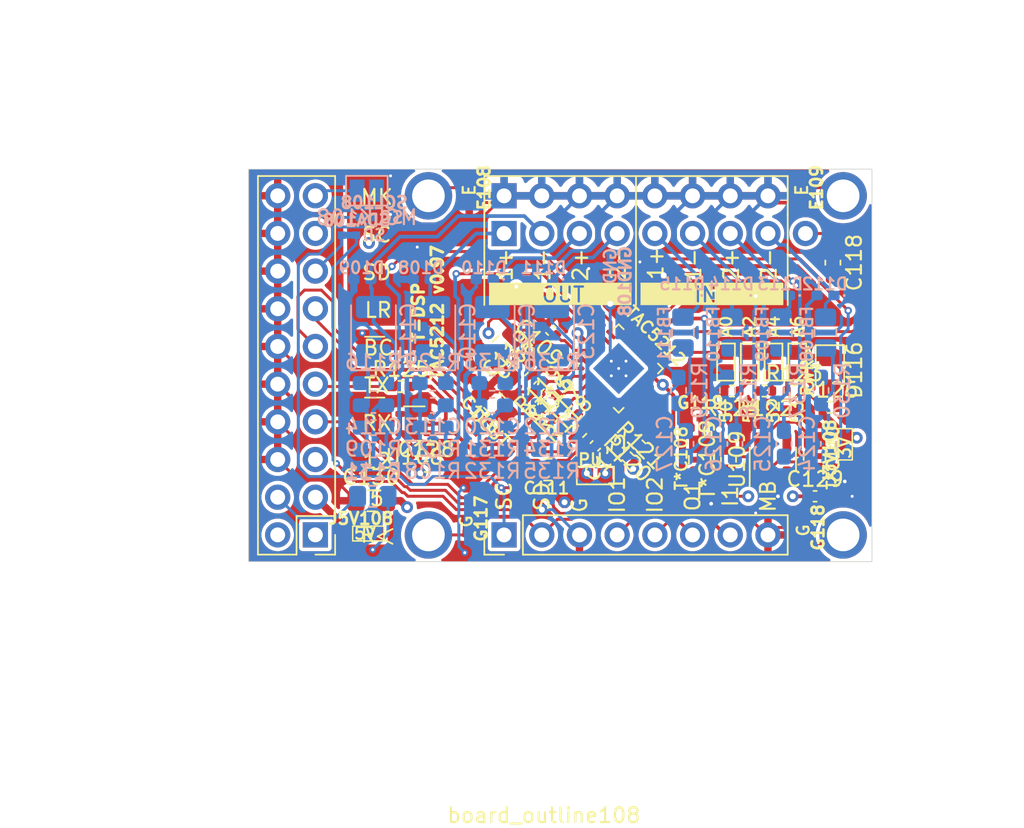
<source format=kicad_pcb>
(kicad_pcb (version 20241229) (generator "pcbnew") (generator_version "9.0")
  (title_block (rev "${REVISION}"))
  (layers (0 "F.Cu" signal) (4 "In1.Cu" signal) (6 "In2.Cu" signal) (2 "B.Cu" signal) (13 "F.Paste" user) (15 "B.Paste" user) (5 "F.SilkS" user "F.Silkscreen") (7 "B.SilkS" user "B.Silkscreen") (1 "F.Mask" user) (3 "B.Mask" user) (25 "Edge.Cuts" user))
  (property "DATE" "2026-02-09")
  (property "REVISION" "v0.97")
  (net 0 "")
  (net 1 "GNDD")
  (net 2 "5V")
  (net 3 "Earth")
  (net 4 "Net-(ADD110-Pad1)")
  (net 5 "Net-(ADD111-Pad1)")
  (net 6 "Net-(ADD112-Pad1)")
  (net 8 "EN_HELD_HIGH")
  (net 9 "IN2P")
  (net 10 "IN1M")
  (net 12 "IN1P")
  (net 13 "IN2M")
  (net 14 "OUT1P")
  (net 15 "OUT1M")
  (net 16 "OUT2P")
  (net 17 "OUT2M")
  (net 18 "Net-(C124-Pad1)")
  (net 19 "Net-(C125-Pad1)")
  (net 20 "Net-(C126-Pad1)")
  (net 21 "5212_BCLK1")
  (net 22 "5212_LRCK1")
  (net 23 "5212_SCL")
  (net 24 "5212_SDA")
  (net 25 "5212_DOUT1")
  (net 26 "5212_DIN1")
  (net 27 "5212_DOUT1+")
  (net 28 "MICBIAS")
  (net 29 "3.3V_LDO")
  (net 30 "Net-(C127-Pad1)")
  (net 31 "5212_MCLK1")
  (net 32 "GPI1")
  (net 33 "Net-(D116-A)")
  (net 34 "GPO1")
  (net 35 "DSP_SCL")
  (net 36 "DSP_SDA")
  (net 37 "OUT1M+")
  (net 38 "OUT2M+")
  (net 39 "OUT2P+")
  (net 40 "IN1M+")
  (net 41 "IN1P+")
  (net 42 "IN2P+")
  (net 43 "IN2M+")
  (net 44 "OUT1P+")
  (net 45 "GPIO1")
  (net 46 "3.3V_A")
  (net 47 "GPIO2")
  (net 48 "Net-(PU_EN108-Pad1)")
  (net 50 "3.3v_IDE")
  (net 51 "5V_THIN")
  (net 52 "3.3V_THIN")
  (net 53 "Net-(G118-Pad1)")
  (net 54 "Net-(E108-Pad2)")
  (net 55 "Net-(E109-Pad2)")
  (net 56 "Net-(G117-Pad1)")
  (net 57 "Net-(U109-GND)")
  (net 58 "Net-(U108-B)")
  (net 59 "Net-(C114-Pad1)")
  (net 60 "Net-(C122-Pad1)")
  (net 61 "Net-(C120-Pad1)")
  (net 62 "Net-(C110-Pad1)")
  (net 63 "Net-(TAC5212-ADDR)")
  (net 64 "Net-(TAC5212-DREG)")
  (net 65 "Net-(TAC5212-VREF)")
  (net 66 "Net-(TAC5212-FSYNC)")
  (net 67 "Net-(TAC5212-DOUT)")
  (net 68 "Net-(TAC5212-DIN)")
  (net 69 "Net-(TAC5212-BCLK)")
  (net 70 "Net-(J5V108-Pad2)")
  (footprint "project_fp:R_0402_1005Metric" (layer "F.Cu") (at 110.4 117.4 -45)
    (property "Reference" "R121")
    (property "Value" "2.21k ohm")
  )
  (footprint "project_fp:audio_module_board_outline_50x34.5_e1" (layer "F.Cu") (at 84.8325 124.405)
    (property "Reference" "board_outline108")
    (property "Value" "board" (hide yes))
    (fp_rect (start 0 -26.46) (end 42 0) (stroke (width 0.05)) (fill no) (layer "Edge.Cuts"))
  )
  (footprint "project_fp:SolderJumper-2_Open_Pad0.5x1.0mm_ADDR" (layer "F.Cu") (at 117 110.95 90)
    (property "Reference" "ADD108" (hide yes))
    (property "Value" "0x50 | 0xA0")
  )
  (footprint "project_fp:C_0805_2012Metric_Pad1.18x1.45mm_HandSolder" (layer "F.Cu") (at 115.233186 117.53 90)
    (property "Reference" "T*C108")
    (property "Value" "10uF")
  )
  (footprint "project_fp:C_0805_2012Metric_Pad1.18x1.45mm_HandSolder" (layer "F.Cu") (at 105 118.2 180)
    (property "Reference" "C111")
    (property "Value" "10uF")
  )
  (footprint "kikit:Tab" (layer "F.Cu") (at 84.8325 103.945)
    (property "Reference" "T108" (hide yes))
    (property "Value" "Tab")
  )
  (footprint "project_fp:R_0402_1005Metric_Pad0.72x0.64mm_HandSolder" (layer "F.Cu") (at 105.86783 114.286208 45)
    (property "Reference" "R115")
    (property "Value" "0 Ohm")
  )
  (footprint "project_fp:SolderJumper-2_Open_Pad0.5x1.0mm_ADDR" (layer "F.Cu") (at 118.6 110.95 90)
    (property "Reference" "ADD112" (hide yes))
    (property "Value" "0x51 | 0xA2")
  )
  (footprint "project_fp:C_0402_1005Metric" (layer "F.Cu") (at 105.2 108.8 135)
    (property "Reference" "C109")
    (property "Value" "0.1uF")
  )
  (footprint "kikit:Tab" (layer "F.Cu") (at 126.8325 103.945 180)
    (property "Reference" "T110" (hide yes))
    (property "Value" "Tab")
  )
  (footprint "project_fp:C_0603_1608Metric_Pad1.08x0.95mm_HandSolder" (layer "F.Cu") (at 117.1675 117.53 90)
    (property "Reference" "T*C109")
    (property "Value" "1uF")
  )
  (footprint "project_fp:SolderJumper-2_Open_Pad0.5x1.0mm_ADDR" (layer "F.Cu") (at 120.2 110.95 90)
    (property "Reference" "ADD110" (hide yes))
    (property "Value" "0x52 | 0xA4")
  )
  (footprint "project_fp:C_0805_2012Metric_Pad1.15x1.40mm_HandSolder" (layer "F.Cu") (at 93.1 120.3 180)
    (property "Reference" "C130")
    (property "Value" "47uF")
  )
  (footprint "project_fp:C_0805_2012Metric_Pad1.18x1.45mm_HandSolder" (layer "F.Cu") (at 101.4 113.7 135)
    (property "Reference" "C115")
    (property "Value" "10uF")
  )
  (footprint "project_fp:C_0805_2012Metric_Pad1.18x1.45mm_HandSolder" (layer "F.Cu") (at 122.9675 117.2925 -90)
    (property "Reference" "T*C110")
    (property "Value" "10uF")
  )
  (footprint "project_fp:jumper_slice_1mm" (layer "F.Cu") (at 125 116.5 -90)
    (property "Reference" "J3V108")
    (property "Value" "jumper")
  )
  (footprint "kikit:Tab" (layer "F.Cu") (at 84.8325 118.405)
    (property "Reference" "T109" (hide yes))
    (property "Value" "Tab")
  )
  (footprint "Package_TO_SOT_SMD:SOT-353_SC-70-5" (layer "F.Cu") (at 96 115.1 180)
    (property "Reference" "U108")
    (property "Value" "Single Buffer with Tri-state Passthru - SN74LVC1G66DCK - SOT-23-5")
  )
  (footprint "project_fp:R_0402_1005Metric_Pad0.72x0.64mm_HandSolder" (layer "F.Cu") (at 107.211333 115.629711 45)
    (property "Reference" "R118")
    (property "Value" "0 Ohm")
  )
  (footprint "project_fp:R_0402_1005Metric" (layer "F.Cu") (at 124 114)
    (property "Reference" "R126")
    (property "Value" "2.21k ohm")
  )
  (footprint "project_fp:jumper_slice" (layer "F.Cu") (at 99.7 99.7 90)
    (property "Reference" "E108")
    (property "Value" "jumper")
  )
  (footprint "project_fp:SOT-23-5" (layer "F.Cu") (at 120.155686 117.5075 90)
    (property "Reference" "U109")
    (property "Value" "3.3v LDO - TLV74133PDBVR")
  )
  (footprint "project_fp:C_0603_1608Metric_Pad1.08x0.95mm_HandSolder" (layer "F.Cu") (at 124.2 104.25 -90)
    (property "Reference" "C118")
    (property "Value" "1uF")
  )
  (footprint "project_fp:C_0402_1005Metric" (layer "F.Cu") (at 104.4 112.6 -135)
    (property "Reference" "C116")
    (property "Value" "0.1uF")
  )
  (footprint "project_fp:C_0805_2012Metric_Pad1.18x1.45mm_HandSolder" (layer "F.Cu") (at 102 109.9 -135)
    (property "Reference" "C108")
    (property "Value" "10uF")
  )
  (footprint "project_fp:D_0805_2012Metric_custom" (layer "F.Cu") (at 124 111.5 -90)
    (property "Reference" "D116")
    (property "Value" "RED LED")
  )
  (footprint "project_fp:VQFN-24-1EP_4x4mm_P0.5mm_EP2.45x2.45mm_ThermalVias" (layer "F.Cu") (at 109.769033 111.385514 45)
    (property "Reference" "TAC5212")
    (property "Value" "TAC5212")
  )
  (footprint "project_fp:C_0402_1005Metric" (layer "F.Cu") (at 108.2 116.6 -135)
    (property "Reference" "C112")
    (property "Value" "0.1uF")
  )
  (footprint "project_fp:jumper_slice" (layer "F.Cu") (at 122.1 99.7 90)
    (property "Reference" "E109")
    (property "Value" "jumper")
  )
  (footprint "project_fp:SolderJumper-2_Open_Pad0.5x1.0mm_ADDR" (layer "F.Cu") (at 121.8 110.95 90)
    (property "Reference" "ADD111" (hide yes))
    (property "Value" "0x53 | 0xA6")
  )
  (footprint "project_fp:jumper_slice_disconnected_alt-text" (layer "F.Cu") (at 100.5 116 135)
    (property "Reference" "DOUT108" (hide yes))
    (property "Value" "Jump DOUT1")
  )
  (footprint "project_fp:jumper_slice_1mm" (layer "F.Cu") (at 92.9 122.5 180)
    (property "Reference" "J5V108")
    (property "Value" "jumper")
  )
  (footprint "project_fp:C_0402_1005Metric" (layer "F.Cu") (at 96.8 118)
    (property "Reference" "C128")
    (property "Value" "0.1uF")
  )
  (footprint "project_fp:R_0402_1005Metric" (layer "F.Cu") (at 121.6 112.9)
    (property "Reference" "R123")
    (property "Value" "4.7k")
  )
  (footprint "project_fp:C_0603_1608Metric_Pad1.08x0.95mm_HandSolder" (layer "F.Cu") (at 103.2 111.4 45)
    (property "Reference" "C119")
    (property "Value" "1uF")
  )
  (footprint "kikit:Tab" (layer "F.Cu") (at 126.8325 118.405 180)
    (property "Reference" "T111" (hide yes))
    (property "Value" "Tab")
  )
  (footprint "project_fp:R_0402_1005Metric" (layer "F.Cu") (at 117.4 112.9 180)
    (property "Reference" "R124")
    (property "Value" "4.7k")
  )
  (footprint "project_fp:R_0402_1005Metric_Pad0.72x0.64mm_HandSolder" (layer "F.Cu") (at 105.196079 113.614456 45)
    (property "Reference" "R119")
    (property "Value" "0 Ohm")
  )
  (footprint "project_fp:SolderJumper-2_Open_Pad0.5x1.0mm_PU" (layer "F.Cu") (at 108.2 118.6)
    (property "Reference" "PU_EN108" (hide yes))
    (property "Value" "JUMPER")
  )
  (footprint "project_fp:R_0402_1005Metric_Pad0.72x0.64mm_HandSolder" (layer "F.Cu") (at 106.539582 114.957959 45)
    (property "Reference" "R117")
    (property "Value" "27 ohm")
  )
  (footprint "project_fp:jumper_slice" (layer "F.Cu") (at 122.2 122.6 90)
    (property "Reference" "G118")
    (property "Value" "jumper")
  )
  (footprint "project_fp:R_0402_1005Metric" (layer "F.Cu") (at 119.6 112.9 180)
    (property "Reference" "R122")
    (property "Value" "22.0k")
  )
  (footprint "project_fp:jumper_slice_alt1" (layer "F.Cu") (at 115.7675 114.6925 180)
    (property "Reference" "G119")
    (property "Value" "jumper")
  )
  (footprint "project_fp:NetTie-2_SMD_Pad0.2mm" (layer "F.Cu") (at 101.5 108)
    (property "Reference" "NT109" (hide yes))
    (property "Value" "NetTie_2" (hide yes))
  )
  (footprint "project_fp:R_0402_1005Metric_Pad0.72x0.64mm_HandSolder" (layer "F.Cu") (at 95.1 112.6)
    (property "Reference" "R125")
    (property "Value" "27 ohm")
  )
  (footprint "project_fp:C_0402_1005Metric" (layer "F.Cu") (at 123 120)
    (property "Reference" "C129")
    (property "Value" "0.1uF")
  )
  (footprint "project_fp:jumper_slice" (layer "F.Cu") (at 99.5 122 90)
    (property "Reference" "G117")
    (property "Value" "jumper")
  )
  (footprint "project_fp:NetTie-2_SMD_Pad0.2mm" (layer "F.Cu") (at 118 120 180)
    (property "Reference" "NT108" (hide yes))
    (property "Value" "NetTie_2" (hide yes))
  )
  (footprint "project_fp:R_0402_1005Metric" (layer "F.Cu") (at 111.2 116.6 135)
    (property "Reference" "R120")
    (property "Value" "2.21k ohm")
  )
  (footprint "project_fp:R_0603_1608Metric_Pad1.05x0.95mm_HandSolder" (layer "B.Cu") (at 105.2495 115.371014)
    (property "Reference" "R134")
    (property "Value" "DNP")
  )
  (footprint "project_fp:via" (layer "B.Cu") (at 102.870521 105.867266 180)
    (property "Reference" "OUTP2" (hide yes))
    (property "Value" "VIA" (hide yes))
  )
  (footprint "project_fp:R_0603_1608Metric_Pad1.05x0.95mm_HandSolder" (layer "B.Cu") (at 97.2495 115.371014)
    (property "Reference" "R127")
    (property "Value" "DNP")
  )
  (footprint "project_fp:CP_EIA-3528-21_Kemet-B_Pad1.50x2.35mm_HandSolder" (layer "B.Cu") (at 93.2495 108.871014 90)
    (property "Reference" "C117")
    (property "Value" "47uF")
  )
  (footprint "project_fp:R_0603_1608Metric_Pad1.05x0.95mm_HandSolder" (layer "B.Cu") (at 93.2495 116.871014)
    (property "Reference" "R111")
    (property "Value" "10 ohm")
  )
  (footprint "project_fp:D_0402_1005Metric_Pad0.77x0.64mm_HandSolder" (layer "B.Cu") (at 104.7495 105.371014 180)
    (property "Reference" "D111")
    (property "Value" "TPD1E10B06")
  )
  (footprint "project_fp:C_0603_1608Metric_Pad1.08x0.95mm_HandSolder" (layer "B.Cu") (at 114.3 116.4625 -90)
    (property "Reference" "C127")
    (property "Value" "10UF")
  )
  (footprint "project_fp:SMD_ROUTING_PAD" (layer "B.Cu") (at 93.2495 118 180)
    (property "Reference" "G109" (hide yes))
    (property "Value" "VIA" (hide yes))
  )
  (footprint "project_fp:CP_EIA-3528-21_Kemet-B_Pad1.50x2.35mm_HandSolder" (layer "B.Cu") (at 101.2495 108.871014 90)
    (property "Reference" "C121")
    (property "Value" "47uF")
  )
  (footprint "project_fp:via" (layer "B.Cu") (at 98.823223 105 180)
    (property "Reference" "OUTP1" (hide yes))
    (property "Value" "VIA" (hide yes))
  )
  (footprint "project_fp:C_0805_2012Metric_Pad1.15x1.40mm_HandSolder" (layer "B.Cu") (at 93.2 120)
    (property "Reference" "C131")
    (property "Value" "10uF")
  )
  (footprint "project_fp:L_0805_2012Metric_Pad1.18x1.45mm_HandSolder" (layer "B.Cu") (at 114.1 108.9625 -90)
    (property "Reference" "FB111")
    (property "Value" "BLM21A601S - BLM21AG601SH1")
  )
  (footprint "project_fp:R_0603_1608Metric_Pad1.05x0.95mm_HandSolder" (layer "B.Cu") (at 113.8 112.8625 90)
    (property "Reference" "R139")
    (property "Value" "100K")
  )
  (footprint "project_fp:D_0402_1005Metric_Pad0.77x0.64mm_HandSolder" (layer "B.Cu") (at 96.5 105.371014 180)
    (property "Reference" "D108")
    (property "Value" "TPD1E10B06")
  )
  (footprint "project_fp:D_0402_1005Metric_Pad0.77x0.64mm_HandSolder" (layer "B.Cu") (at 123.7 106.4625 180)
    (property "Reference" "D112")
    (property "Value" "TPD1E10B06")
  )
  (footprint "project_fp:jumper_slice" (layer "B.Cu") (at 109.2 105 -90)
    (property "Reference" "GND108")
    (property "Value" "BRIDGE")
  )
  (footprint "project_fp:R_0603_1608Metric_Pad1.05x0.95mm_HandSolder" (layer "B.Cu") (at 101.2495 116.871014)
    (property "Reference" "R132")
    (property "Value" "10 ohm")
  )
  (footprint "project_fp:C_0603_1608Metric_Pad1.08x0.95mm_HandSolder" (layer "B.Cu") (at 120.9 116.4625 -90)
    (property "Reference" "C125")
    (property "Value" "10UF")
  )
  (footprint "project_fp:via" (layer "B.Cu") (at 94.5 104.5 180)
    (property "Reference" "OUTM1" (hide yes))
    (property "Value" "VIA" (hide yes))
  )
  (footprint "project_fp:C_0603_1608Metric_Pad1.08x0.95mm_HandSolder" (layer "B.Cu") (at 123.9 116.4625 -90)
    (property "Reference" "C124")
    (property "Value" "10UF confirm polarity")
  )
  (footprint "Capacitor_SMD:C_0603_1608Metric_Pad1.08x0.95mm_HandSolder" (layer "B.Cu") (at 105.2495 113.871014)
    (property "Reference" "C122")
    (property "Value" "0.0047µF (4.7nF)")
  )
  (footprint "project_fp:R_0603_1608Metric_Pad1.05x0.95mm_HandSolder" (layer "B.Cu") (at 117.1 112.8625 90)
    (property "Reference" "R138")
    (property "Value" "100K")
  )
  (footprint "project_fp:R_0603_1608Metric_Pad1.05x0.95mm_HandSolder" (layer "B.Cu") (at 93.2495 112.371014 180)
    (property "Reference" "R116")
    (property "Value" "0 ohm")
  )
  (footprint "project_fp:via" (layer "B.Cu") (at 121.5 105.5 180)
    (property "Reference" "INP2" (hide yes))
    (property "Value" "VIA" (hide yes))
  )
  (footprint "project_fp:jumper_slice" (layer "B.Cu") (at 91.6 102.4)
    (property "Reference" "SDA108")
    (property "Value" "jumper")
  )
  (footprint "Jumper:SolderJumper-2_P1.3mm_Open_Pad1.0x1.5mm" (layer "B.Cu") (at 92.8 99.4)
    (property "Reference" "MCLK108")
    (property "Value" "jumper")
  )
  (footprint "project_fp:R_0603_1608Metric_Pad1.05x0.95mm_HandSolder" (layer "B.Cu") (at 93.2495 115.371014)
    (property "Reference" "R109")
    (property "Value" "DNP")
  )
  (footprint "project_fp:SMD_ROUTING_PAD" (layer "B.Cu") (at 125 106 180)
    (property "Reference" "G108" (hide yes))
    (property "Value" "VIA" (hide yes))
  )
  (footprint "project_fp:jumper_slice" (layer "B.Cu") (at 92.8 101.2)
    (property "Reference" "SCL108")
    (property "Value" "jumper")
  )
  (footprint "project_fp:R_0603_1608Metric_Pad1.05x0.95mm_HandSolder" (layer "B.Cu") (at 101.2495 115.371014)
    (property "Reference" "R131")
    (property "Value" "DNP")
  )
  (footprint "project_fp:D_0402_1005Metric_Pad0.77x0.64mm_HandSolder" (layer "B.Cu") (at 114.1 106.4625 180)
    (property "Reference" "D115")
    (property "Value" "TPD1E1B04 - 0402 size")
  )
  (footprint "project_fp:D_0402_1005Metric_Pad0.77x0.64mm_HandSolder" (layer "B.Cu") (at 100.7495 105.371014 180)
    (property "Reference" "D110")
    (property "Value" "TPD1E10B06")
  )
  (footprint "Capacitor_SMD:C_0603_1608Metric_Pad1.08x0.95mm_HandSolder" (layer "B.Cu") (at 93.2495 113.871014)
    (property "Reference" "C114")
    (property "Value" "0.0047µF (4.7nF)")
  )
  (footprint "Capacitor_SMD:C_0603_1608Metric_Pad1.08x0.95mm_HandSolder" (layer "B.Cu") (at 101.2495 113.871014)
    (property "Reference" "C120")
    (property "Value" "0.0047µF (4.7nF)")
  )
  (footprint "project_fp:R_0603_1608Metric_Pad1.05x0.95mm_HandSolder" (layer "B.Cu") (at 101.2495 112.371014 180)
    (property "Reference" "R133")
    (property "Value" "0 ohm")
  )
  (footprint "project_fp:R_0603_1608Metric_Pad1.05x0.95mm_HandSolder" (layer "B.Cu") (at 120.4 112.8625 90)
    (property "Reference" "R137")
    (property "Value" "100K")
  )
  (footprint "project_fp:R_0603_1608Metric_Pad1.05x0.95mm_HandSolder" (layer "B.Cu") (at 123.4 112.8625 90)
    (property "Reference" "R130")
    (property "Value" "100K")
  )
  (footprint "project_fp:via" (layer "B.Cu") (at 125.231269 107.483713 180)
    (property "Reference" "INM2" (hide yes))
    (property "Value" "VIA" (hide yes))
  )
  (footprint "project_fp:D_0402_1005Metric_Pad0.77x0.64mm_HandSolder" (layer "B.Cu") (at 92.5 105.371014 180)
    (property "Reference" "D109")
    (property "Value" "TPD1E10B06")
  )
  (footprint "project_fp:R_0603_1608Metric_Pad1.05x0.95mm_HandSolder" (layer "B.Cu") (at 97.2495 112.371014 180)
    (property "Reference" "R129")
    (property "Value" "0 ohm")
  )
  (footprint "project_fp:via" (layer "B.Cu") (at 120.5 120 180)
    (property "Reference" "G114" (hide yes))
    (property "Value" "VIA" (hide yes))
  )
  (footprint "project_fp:D_0402_1005Metric_Pad0.77x0.64mm_HandSolder" (layer "B.Cu") (at 117.4 106.4625 180)
    (property "Reference" "D114")
    (property "Value" "TPD1E1B04 - 0402 size")
  )
  (footprint "Capacitor_SMD:C_0603_1608Metric_Pad1.08x0.95mm_HandSolder" (layer "B.Cu") (at 97.2495 113.871014)
    (property "Reference" "C113")
    (property "Value" "0.0047µF (4.7nF)")
  )
  (footprint "project_fp:L_0805_2012Metric_Pad1.18x1.45mm_HandSolder" (layer "B.Cu") (at 120.7 108.9625 -90)
    (property "Reference" "FB109")
    (property "Value" "BLM21A601S - BLM21AG601SH1")
  )
  (footprint "project_fp:L_0805_2012Metric_Pad1.18x1.45mm_HandSolder" (layer "B.Cu") (at 117.4 108.9625 -90)
    (property "Reference" "FB110")
    (property "Value" "BLM21A601S - BLM21AG601SH1")
  )
  (footprint "project_fp:SMD_ROUTING_PAD" (layer "B.Cu") (at 98.722004 118 180)
    (property "Reference" "G111" (hide yes))
    (property "Value" "VIA" (hide yes))
  )
  (footprint "project_fp:D_0402_1005Metric_Pad0.77x0.64mm_HandSolder" (layer "B.Cu") (at 120.7 106.4625 180)
    (property "Reference" "D113")
    (property "Value" "TPD1E1B04 - 0402 size")
  )
  (footprint "project_fp:C_0603_1608Metric_Pad1.08x0.95mm_HandSolder" (layer "B.Cu") (at 117.6 116.4625 -90)
    (property "Reference" "C126")
    (property "Value" "10UF")
  )
  (footprint "project_fp:L_0805_2012Metric_Pad1.18x1.45mm_HandSolder" (layer "B.Cu") (at 123.7 108.9625 -90)
    (property "Reference" "FB108")
    (property "Value" "BLM21A601S - BLM21AG601SH1")
  )
  (footprint "project_fp:R_0603_1608Metric_Pad1.05x0.95mm_HandSolder" (layer "B.Cu") (at 97.2495 116.871014)
    (property "Reference" "R108")
    (property "Value" "10 ohm")
  )
  (footprint "project_fp:R_0603_1608Metric_Pad1.05x0.95mm_HandSolder" (layer "B.Cu") (at 105.2495 116.871014)
    (property "Reference" "R135")
    (property "Value" "10 ohm")
  )
  (footprint "project_fp:SMD_ROUTING_PAD" (layer "B.Cu") (at 101.5 118 180)
    (property "Reference" "G110" (hide yes))
    (property "Value" "VIA" (hide yes))
  )
  (footprint "project_fp:CP_EIA-3528-21_Kemet-B_Pad1.50x2.35mm_HandSolder" (layer "B.Cu") (at 97.2495 108.871014 90)
    (property "Reference" "C110")
    (property "Value" "47uF")
  )
  (footprint "project_fp:SMD_ROUTING_PAD" (layer "B.Cu") (at 106.5 105.5 180)
    (property "Reference" "G123" (hide yes))
    (property "Value" "SMD ROUTING PAD" (hide yes))
  )
  (footprint "project_fp:SMD_ROUTING_PAD" (layer "B.Cu") (at 102.5 119 180)
    (property "Reference" "G112" (hide yes))
    (property "Value" "VIA" (hide yes))
  )
  (footprint "project_fp:R_0603_1608Metric_Pad1.05x0.95mm_HandSolder" (layer "B.Cu") (at 105.2495 112.371014 180)
    (property "Reference" "R136")
    (property "Value" "0 ohm")
  )
  (footprint "project_fp:via" (layer "B.Cu") (at 116 120.5 180)
    (property "Reference" "G113" (hide yes))
    (property "Value" "VIA" (hide yes))
  )
  (footprint "project_fp:CP_EIA-3528-21_Kemet-B_Pad1.50x2.35mm_HandSolder" (layer "B.Cu") (at 105.2495 108.871014 90)
    (property "Reference" "C123")
    (property "Value" "47uF")
  )
  (footprint "project_fp:via" (layer "B.Cu") (at 119 106.5 180)
    (property "Reference" "INM1" (hide yes))
    (property "Value" "VIA" (hide yes))
  )
  (footprint "project_fp:via" (layer "B.Cu") (at 115.543329 108.017833 180)
    (property "Reference" "INP1" (hide yes))
    (property "Value" "VIA" (hide yes))
  )
  (footprint "project_fp:via" (layer "B.Cu") (at 125 119 180)
    (property "Reference" "G116" (hide yes))
    (property "Value" "VIA" (hide yes))
  )
  (gr_text_box "T-DSP\nTAC5212 ${REVISION}" (start 95.2 101.4873) (end 107.1 113.7127) (margins 0.6 0.6 0.6 0.6) (angle 90) (layer "F.SilkS") (effects (font (size 0.8 0.8) (thickness 0.2) (bold yes)) (justify top)) (border no))
  (segment (start 123.48 119.690001) (end 123.48 120) (width 0.2) (layer "F.Cu") (net 1))
  (segment (start 100.5 120.5) (end 101.291583 119.708417) (width 0.2) (layer "F.Cu") (net 1))
  (segment (start 100.35 122.85) (end 100.35 122.35) (width 0.2) (layer "F.Cu") (net 1))
  (segment (start 125.801 112.476) (end 125.801 114.98513) (width 0.2) (layer "F.Cu") (net 1))
  (segment (start 122.2 122.1) (end 122.2 121.28) (width 0.2) (layer "F.Cu") (net 1))
  (segment (start 92.369 116.369) (end 95.35 119.35) (width 0.2) (layer "F.Cu") (net 1))
  (segment (start 92.075 120.3) (end 90.684 118.909) (width 0.2) (layer "F.Cu") (net 1))
  (segment (start 114.207186 119.207186) (end 114.949 119.949) (width 0.2) (layer "F.Cu") (net 1))
  (segment (start 104.033623 112.966377) (end 104.060589 112.939411) (width 0.2) (layer "F.Cu") (net 1))
  (segment (start 123.975 110.65) (end 125.801 112.476) (width 0.2) (layer "F.Cu") (net 1))
  (segment (start 106.539612 111.385514) (end 106.43899 111.486136) (width 0.2) (layer "F.Cu") (net 1))
  (segment (start 97.6625 118) (end 98.2 118) (width 0.2) (layer "F.Cu") (net 1))
  (segment (start 112.20148 111.385514) (end 116.785514 111.385514) (width 0.2) (layer "F.Cu") (net 1))
  (segment (start 109.65 117.8) (end 109.65 119.4) (width 0.2) (layer "F.Cu") (net 1))
  (segment (start 109.65 119.4) (end 109.05 120) (width 0.2) (layer "F.Cu") (net 1))
  (segment (start 87.9735 113.616) (end 96.116 113.616) (width 0.25) (layer "F.Cu") (net 1))
  (segment (start 124.721001 118.449) (end 123.48 119.690001) (width 0.2) (layer "F.Cu") (net 1))
  (segment (start 125.801 114.98513) (end 126.558469 115.742599) (width 0.2) (layer "F.Cu") (net 1))
  (segment (start 88.1865 118.909) (end 86.7975 117.52) (width 0.2) (layer "F.Cu") (net 1))
  (segment (start 109.2 107.025) (end 109.769033 107.594033) (width 0.2) (layer "F.Cu") (net 1))
  (segment (start 112.20148 111.385514) (end 115.614486 111.385514) (width 0.2) (layer "F.Cu") (net 1))
  (segment (start 106.1218 120.143982) (end 106.1218 120.401) (width 0.2) (layer "F.Cu") (net 1))
  (segment (start 114.207186 114.642814) (end 114.207186 119.207186) (width 0.2) (layer "F.Cu") (net 1))
  (segment (start 106.5228 120) (end 106.1218 120.401) (width 0.2) (layer "F.Cu") (net 1))
  (segment (start 116.89 112.9) (end 115.95 112.9) (width 0.2) (layer "F.Cu") (net 1))
  (segment (start 126.558469 116.941531) (end 125.051 118.449) (width 0.2) (layer "F.Cu") (net 1))
  (segment (start 91.051 111.051) (end 91.5 111.5) (width 0.2) (layer "F.Cu") (net 1))
  (segment (start 109.769033 113.817961) (end 109.769033 115.928993) (width 0.2) (layer "F.Cu") (net 1))
  (segment (start 87.9485 111.051) (end 91.051 111.051) (width 0.2) (layer "F.Cu") (net 1))
  (segment (start 92 112) (end 93 112) (width 0.2) (layer "F.Cu") (net 1))
  (segment (start 119.7109 122.605) (end 119.8275 122.605) (width 0.2) (layer "F.Cu") (net 1))
  (segment (start 99 120.5) (end 100.5 120.5) (width 0.2) (layer "F.Cu") (net 1))
  (segment (start 116.785514 111.385514) (end 117 111.6) (width 0.2) (layer "F.Cu") (net 1))
  (segment (start 86.7975 112.44) (end 87.9735 113.616) (width 0.25) (layer "F.Cu") (net 1))
  (segment (start 104.6 120.9) (end 104.2 120.5) (width 0.2) (layer "F.Cu") (net 1))
  (segment (start 101.62841 118.85) (end 103.3125 118.85) (width 0.2) (layer "F.Cu") (net 1))
  (segment (start 98.2 118) (end 99.305222 119.105222) (width 0.2) (layer "F.Cu") (net 1))
  (segment (start 104.177818 118.2) (end 106.1218 120.143982) (width 0.2) (layer "F.Cu") (net 1))
  (segment (start 100.666377 112.966377) (end 104.033623 112.966377) (width 0.2) (layer "F.Cu") (net 1))
  (segment (start 101.291583 119.186827) (end 101.62841 118.85) (width 0.2) (layer "F.Cu") (net 1))
  (segment (start 104.060589 112.076741) (end 104.060589 112.939411) (width 0.2) (layer "F.Cu") (net 1))
  (segment (start 95.723315 119.597014) (end 98.097014 119.597014) (width 0.2) (layer "F.Cu") (net 1))
  (segment (start 100.35 122.35) (end 99.5 121.5) (width 0.2) (layer "F.Cu") (net 1))
  (segment (start 115.95 112.9) (end 114.207186 114.642814) (width 0.2) (layer "F.Cu") (net 1))
  (segment (start 104.651194 111.486136) (end 104.060589 112.076741) (width 0.2) (layer "F.Cu") (net 1))
  (segment (start 108.498026 117.2) (end 108.121178 117.2) (width 0.2) (layer "F.Cu") (net 1))
  (segment (start 125.051 118.449) (end 124.721001 118.449) (width 0.2) (layer "F.Cu") (net 1))
  (segment (start 99.305222 119.105222) (end 99.305222 119.426363) (width 0.2) (layer "F.Cu") (net 1))
  (segment (start 95.35 119.35) (end 95.476303 119.350001) (width 0.2) (layer "F.Cu") (net 1))
  (segment (start 90.684 118.909) (end 88.1865 118.909) (width 0.2) (layer "F.Cu") (net 1))
  (segment (start 117 111.6) (end 117 112.79) (width 0.2) (layer "F.Cu") (net 1))
  (segment (start 88.1865 116.369) (end 92.369 116.369) (width 0.2) (layer "F.Cu") (net 1))
  (segment (start 99.4 123.8) (end 100.35 122.85) (width 0.2) (layer "F.Cu") (net 1))
  (segment (start 108.121178 117.2) (end 107.860589 116.939411) (width 0.2) (layer "F.Cu") (net 1))
  (segment (start 101.291583 119.708417) (end 101.291583 119.186827) (width 0.2) (layer "F.Cu") (net 1))
  (segment (start 104.2 120.5) (end 100.5 120.5) (width 0.2) (layer "F.Cu") (net 1))
  (segment (start 120.3325 122.1) (end 119.8275 122.605) (width 0.2) (layer "F.Cu") (net 1))
  (segment (start 109.769033 115.928993) (end 108.498026 117.2) (width 0.2) (layer "F.Cu") (net 1))
  (segment (start 86.7975 114.98) (end 88.1865 116.369) (width 0.2) (layer "F.Cu") (net 1))
  (segment (start 107.860589 116.939411) (end 108.789411 116.939411) (width 0.2) (layer "F.Cu") (net 1))
  (segment (start 98.097014 119.597014) (end 99 120.5) (width 0.2) (layer "F.Cu") (net 1))
  (segment (start 114.949 119.949) (end 117.0549 119.949) (width 0.2) (layer "F.Cu") (net 1))
  (segment (start 117 112.79) (end 116.89 112.9) (width 0.2) (layer "F.Cu") (net 1))
  (segment (start 86.7975 109.9) (end 87.9485 111.051) (width 0.2) (layer "F.Cu") (net 1))
  (segment (start 106.43899 111.486136) (end 104.651194 111.486136) (width 0.2) (layer "F.Cu") (net 1))
  (segment (start 126.558469 115.742599) (end 126.558469 116.941531) (width 0.2) (layer "F.Cu") (net 1))
  (segment (start 108.789411 116.939411) (end 109.65 117.8) (width 0.2) (layer "F.Cu") (net 1))
  (segment (start 109.05 120) (end 106.5228 120) (width 0.2) (layer "F.Cu") (net 1))
  (segment (start 96.116 113.616) (end 96.95 114.45) (width 0.25) (layer "F.Cu") (net 1))
  (segment (start 103.3125 118.85) (end 103.9625 118.2) (width 0.2) (layer "F.Cu") (net 1))
  (segment (start 109.769033 107.594033) (end 109.769033 108.953067) (width 0.2) (layer "F.Cu") (net 1))
  (segment (start 103.9625 118.2) (end 104.177818 118.2) (width 0.2) (layer "F.Cu") (net 1))
  (segment (start 95.476303 119.350001) (end 95.723315 119.597014) (width 0.2) (layer "F.Cu") (net 1))
  (segment (start 117.0549 119.949) (end 119.7109 122.605) (width 0.2) (layer "F.Cu") (net 1))
  (segment (start 115.614486 111.385514) (end 115.8 111.2) (width 0.2) (layer "F.Cu") (net 1))
  (segment (start 122.2 122.1) (end 120.3325 122.1) (width 0.2) (layer "F.Cu") (net 1))
  (segment (start 107.336586 111.385514) (end 106.539612 111.385514) (width 0.2) (layer "F.Cu") (net 1))
  (segment (start 91.5 111.5) (end 92 112) (width 0.2) (layer "F.Cu") (net 1))
  (segment (start 122.2 121.28) (end 123.48 120) (width 0.2) (layer "F.Cu") (net 1))
  (via (at 99.4 123.8) (size 0.45) (drill 0.2) (layers "F.Cu" "B.Cu") (net 1))
  (via (at 109.2 107.025) (size 0.8) (drill 0.4) (layers "F.Cu" "B.Cu") (net 1))
  (via (at 104.6 120.9) (size 0.8) (drill 0.4) (layers "F.Cu" "B.Cu") (net 1))
  (via (at 99.305222 119.426363) (size 0.45) (drill 0.2) (layers "F.Cu" "B.Cu") (net 1))
  (via (at 92.4995 109) (size 0.45) (drill 0.2) (layers "F.Cu" "B.Cu") (net 1))
  (via (at 93.2 123.6) (size 0.45) (drill 0.2) (layers "F.Cu" "B.Cu") (net 1))
  (via (at 106.1218 120.401) (size 0.8) (drill 0.4) (layers "F.Cu" "B.Cu") (net 1))
  (segment (start 99.4 123.8) (end 99 123.4) (width 0.2) (layer "B.Cu") (net 1))
  (segment (start 105.322182 120.9) (end 104.6 120.9) (width 0.2) (layer "B.Cu") (net 1))
  (segment (start 94.225 122.575) (end 93.2 123.6) (width 0.2) (layer "B.Cu") (net 1))
  (segment (start 109.2 110.816481) (end 109.274058 110.890539) (width 0.2) (layer "B.Cu") (net 1))
  (segment (start 99 119.731587) (end 99.305222 119.426363) (width 0.2) (layer "B.Cu") (net 1))
  (segment (start 107.027182 122.605) (end 105.322182 120.9) (width 0.2) (layer "B.Cu") (net 1))
  (segment (start 109.2 105.504) (end 109.2 107.025) (width 0.2) (layer "B.Cu") (net 1))
  (segment (start 107.1275 122.605) (end 107.027182 122.605) (width 0.2) (layer "B.Cu") (net 1))
  (segment (start 94.225 120) (end 94.225 122.575) (width 0.2) (layer "B.Cu") (net 1))
  (segment (start 99 123.4) (end 99 119.731587) (width 0.2) (layer "B.Cu") (net 1))
  (segment (start 109.2 107.025) (end 109.2 110.816481) (width 0.2) (layer "B.Cu") (net 1))
  (segment (start 118.225 120) (end 118.5 120) (width 0.2) (layer "F.Cu") (net 2))
  (segment (start 93.925 120.3) (end 95.082799 120.3) (width 0.5) (layer "F.Cu") (net 2))
  (segment (start 93.477 120.948) (end 94.125 120.3) (width 0.5) (layer "F.Cu") (net 2))
  (segment (start 95.082799 120.3) (end 95.516938 120.734139) (width 0.5) (layer "F.Cu") (net 2))
  (segment (start 93.477 122.5) (end 93.477 120.948) (width 0.5) (layer "F.Cu") (net 2))
  (via (at 95.516938 120.734139) (size 0.8) (drill 0.4) (layers "F.Cu" "B.Cu") (net 2))
  (via (at 118.5 120) (size 0.8) (drill 0.4) (layers "F.Cu" "B.Cu") (net 2))
  (segment (start 100.1465 101.646) (end 95.046 101.646) (width 0.2) (layer "F.Cu") (net 3))
  (segment (start 99.95 109.317246) (end 101.266377 110.633623) (width 0.2) (layer "F.Cu") (net 3))
  (segment (start 100.924681 107.599) (end 99.95 108.573681) (width 0.2) (layer "F.Cu") (net 3))
  (segment (start 116.525 115.471825) (end 116.525 115.5) (width 0.25) (layer "F.Cu") (net 3))
  (segment (start 104.540411 109.540411) (end 105 110) (width 0.2) (layer "F.Cu") (net 3))
  (segment (start 125.2 102.937499) (end 125.262501 102.937499) (width 0.2) (layer "F.Cu") (net 3))
  (segment (start 116.2715 114.6925) (end 116.2715 115.218325) (width 0.25) (layer "F.Cu") (net 3))
  (segment (start 116.2715 115.218325) (end 116.525 115.471825) (width 0.25) (layer "F.Cu") (net 3))
  (segment (start 122.1 100.2) (end 120.2825 100.2) (width 0.2) (layer "F.Cu") (net 3))
  (segment (start 125.5 119.5) (end 125 119) (width 0.2) (layer "F.Cu") (net 3))
  (segment (start 96.2 103.2) (end 94.4 101.4) (width 0.25) (layer "F.Cu") (net 3))
  (segment (start 94.4 101.4) (end 94.4 101) (width 0.25) (layer "F.Cu") (net 3))
  (segment (start 99.95 108.573681) (end 99.95 109.317246) (width 0.2) (layer "F.Cu") (net 3))
  (segment (start 103.999 107.599) (end 100.924681 107.599) (width 0.2) (layer "F.Cu") (net 3))
  (segment (start 102.59012 111.957366) (end 102.59012 112.00988) (width 0.2) (layer "F.Cu") (net 3))
  (segment (start 120.2825 100.2) (end 119.8275 99.745) (width 0.2) (layer "F.Cu") (net 3))
  (segment (start 116.2715 115.218325) (end 116.553175 115.5) (width 0.25) (layer "F.Cu") (net 3))
  (segment (start 99.7 100.2) (end 101.5925 100.2) (width 0.2) (layer "F.Cu") (net 3))
  (segment (start 120.2865 100.204) (end 119.8275 99.745) (width 0.25) (layer "F.Cu") (net 3))
  (segment (start 102.59012 112.00988) (end 102.59012 110.91245) (width 0.2) (layer "F.Cu") (net 3))
  (segment (start 103.962159 109.540411) (end 104.540411 109.540411) (width 0.2) (layer "F.Cu") (net 3))
  (segment (start 104.860589 108.460589) (end 103.999 107.599) (width 0.2) (layer "F.Cu") (net 3))
  (segment (start 122.1 100.204) (end 120.2865 100.204) (width 0.25) (layer "F.Cu") (net 3))
  (segment (start 94.4 101) (end 94.4 98.4) (width 0.2) (layer "F.Cu") (net 3))
  (segment (start 125.5 120) (end 125.5 119.5) (width 0.2) (layer "F.Cu") (net 3))
  (segment (start 102.0475 99.745) (end 100.1465 101.646) (width 0.2) (layer "F.Cu") (net 3))
  (segment (start 101.266377 110.633623) (end 102.59012 111.957366) (width 0.2) (layer "F.Cu") (net 3))
  (segment (start 102.59012 110.91245) (end 103.962159 109.540411) (width 0.2) (layer "F.Cu") (net 3))
  (segment (start 95.046 101.646) (end 94.4 101) (width 0.2) (layer "F.Cu") (net 3))
  (segment (start 101.5925 100.2) (end 102.0475 99.745) (width 0.2) (layer "F.Cu") (net 3))
  (via (at 94.4 101) (size 0.45) (drill 0.2) (layers "F.Cu" "B.Cu") (net 3))
  (via (at 119 121.125003) (size 0.45) (drill 0.2) (layers "F.Cu" "B.Cu") (net 3))
  (via (at 96.2 103.2) (size 0.45) (drill 0.2) (layers "F.Cu" "B.Cu") (net 3))
  (via (at 94.4 98.4) (size 0.45) (drill 0.2) (layers "F.Cu" "B.Cu") (net 3))
  (via (at 125.5 120) (size 0.45) (drill 0.2) (layers "F.Cu" "B.Cu") (net 3))
  (via (at 107.75349 104.649666) (size 0.45) (drill 0.2) (layers "F.Cu" "B.Cu") (net 3))
  (via (at 112.8 105.1) (size 0.8) (drill 0.4) (layers "F.Cu" "B.Cu") (net 3))
  (via (at 111.2 104.2) (size 0.45) (drill 0.2) (layers "F.Cu" "B.Cu") (net 3))
  (via (at 116.525 115.5) (size 0.8) (drill 0.4) (layers "F.Cu" "B.Cu") (net 3))
  (segment (start 112.974 107.016) (end 112.974 111.174) (width 0.2) (layer "B.Cu") (net 3))
  (segment (start 120.4 112) (end 119.599 112.801) (width 0.25) (layer "B.Cu") (net 3))
  (segment (start 99.4265 117.295504) (end 99.4265 111.839734) (width 0.25) (layer "B.Cu") (net 3))
  (segment (start 101.2495 117.7495) (end 101.5 118) (width 0.25) (layer "B.Cu") (net 3))
  (segment (start 113.5275 106.4625) (end 112.974 107.016) (width 0.2) (layer "B.Cu") (net 3))
  (segment (start 93.2495 118) (end 94.872004 118) (width 0.25) (layer "B.Cu") (net 3))
  (segment (start 95.5235 111.841528) (end 95.7485 111.616528) (width 0.25) (layer "B.Cu") (net 3))
  (segment (start 97.2495 117.7495) (end 97.5 118) (width 0.25) (layer "B.Cu") (net 3))
  (segment (start 118.6515 100.921) (end 119.8275 99.745) (width 0.25) (layer "B.Cu") (net 3))
  (segment (start 103.6005 105.947514) (end 103.6005 111.593609) (width 0.25) (layer "B.Cu") (net 3))
  (segment (start 101.5 118) (end 102.5235 118) (width 0.25) (layer "B.Cu") (net 3))
  (segment (start 98.722004 118) (end 99.4265 117.295504) (width 0.25) (layer "B.Cu") (net 3))
  (segment (start 118.939692 103.060308) (end 119.386384 103.507) (width 0.25) (layer "B.Cu") (net 3))
  (segment (start 99.4265 111.839734) (end 99.7485 111.517734) (width 0.25) (layer "B.Cu") (net 3))
  (segment (start 97.2495 117.871014) (end 97.0505 117.672014) (width 0.25) (layer "B.Cu") (net 3))
  (segment (start 100.130996 118) (end 99.4265 117.295504) (width 0.25) (layer "B.Cu") (net 3))
  (segment (start 120.1275 106.4625) (end 120.1275 106.312912) (width 0.25) (layer "B.Cu") (net 3))
  (segment (start 126.583469 117.416531) (end 125 119) (width 0.25) (layer "B.Cu") (net 3))
  (segment (start 122.599 117.901) (end 121.275 119.225) (width 0.25) (layer "B.Cu") (net 3))
  (segment (start 122.599 114) (end 122.599 117.901) (width 0.25) (layer "B.Cu") (net 3))
  (segment (start 113.024 113.195366) (end 113.024 117.524) (width 0.2) (layer "B.Cu") (net 3))
  (segment (start 95.227328 101.671) (end 97.750276 101.671) (width 0.25) (layer "B.Cu") (net 3))
  (segment (start 103.5235 117.348504) (end 103.5235 117) (width 0.25) (layer "B.Cu") (net 3))
  (segment (start 116.399 117.715053) (end 117.346447 118.6625) (width 0.25) (layer "B.Cu") (net 3))
  (segment (start 122.599 114) (end 122.599 112.801) (width 0.25) (layer "B.Cu") (net 3))
  (segment (start 95.9275 103.4725) (end 96.2 103.2) (width 0.25) (layer "B.Cu") (net 3))
  (segment (start 116.399 115.626) (end 116.525 115.5) (width 0.25) (layer "B.Cu") (net 3))
  (segment (start 123.4 112) (end 122.431 111.031) (width 0.25) (layer "B.Cu") (net 3))
  (segment (start 116.1115 100.921) (end 117.2875 99.745) (width 0.25) (layer "B.Cu") (net 3))
  (segment (start 94.112 113.871014) (end 93.5745 113.871014) (width 0.25) (layer "B.Cu") (net 3))
  (segment (start 108.3035 101.109) (end 109.6675 99.745) (width 0.25) (layer "B.Cu") (net 3))
  (segment (start 106.594204 103.461) (end 107.614616 103.461) (width 0.25) (layer "B.Cu") (net 3))
  (segment (start 112.974 111.174) (end 113.8 112) (width 0.2) (layer "B.Cu") (net 3))
  (segment (start 102.5 119) (end 104 119) (width 0.25) (layer "B.Cu") (net 3))
  (segment (start 104 119) (end 105 118) (width 0.25) (layer "B.Cu") (net 3))
  (segment (start 107.6525 109.443516) (end 107.6525 116.671504) (width 0.25) (layer "B.Cu") (net 3))
  (segment (start 107.6525 116.671504) (end 106.324004 118) (width 0.25) (layer "B.Cu") (net 3))
  (segment (start 111.9 104.2) (end 112.8 105.1) (width 0.25) (layer "B.Cu") (net 3))
  (segment (start 95.5235 117.348504) (end 95.5235 111.841528) (width 0.25) (layer "B.Cu") (net 3))
  (segment (start 106.5 105.5) (end 107.775 106.775) (width 0.25) (layer "B.Cu") (net 3))
  (segment (start 103.6005 111.593609) (end 103.5235 111.670609) (width 0.25) (layer "B.Cu") (net 3))
  (segment (start 105.7635 102.772116) (end 105.7635 101.109) (width 0.25) (layer "B.Cu") (net 3))
  (segment (start 91.5235 106.524514) (end 91.524007 106.524007) (width 0.25) (layer "B.Cu") (net 3))
  (segment (start 97.750276 101.671) (end 99.676276 99.745) (width 0.25) (layer "B.Cu") (net 3))
  (segment (start 113.8 112) (end 113.8 112.419366) (width 0.2) (layer "B.Cu") (net 3))
  (segment (start 105.2495 114.733514) (end 105.2495 118) (width 0.25) (layer "B.Cu") (net 3))
  (segment (start 105.655204 104.4) (end 106.594204 103.461) (width 0.25) (layer "B.Cu") (net 3))
  (segment (start 101.2495 117.871014) (end 101.120514 118) (width 0.25) (layer "B.Cu") (net 3))
  (segment (start 124.23401 119) (end 125 119) (width 0.25) (layer "B.Cu") (net 3))
  (segment (start 104.174996 118) (end 103.5235 117.348504) (width 0.25) (layer "B.Cu") (net 3))
  (segment (start 116 114.975) (end 116 113.1) (width 0.25) (layer "B.Cu") (net 3))
  (segment (start 119.549 111.149) (end 120.4 112) (width 0.25) (layer "B.Cu") (net 3))
  (segment (start 113.8 112.419366) (end 113.024 113.195366) (width 0.2) (layer "B.Cu") (net 3))
  (segment (start 104.177 105.371014) (end 105.148014 104.4) (width 0.25) (layer "B.Cu") (net 3))
  (segment (start 118.763384 105.424) (end 116.1115 102.772116) (width 0.25) (layer "B.Cu") (net 3))
  (segment (start 122.431 111.031) (end 122.431 107.159) (width 0.25) (layer "B.Cu") (net 3))
  (segment (start 94.872004 118) (end 95.5235 117.348504) (width 0.25) (layer "B.Cu") (net 3))
  (segment (start 113.024 117.524) (end 116 120.5) (width 0.2) (layer "B.Cu") (net 3))
  (segment (start 104.177 105.371014) (end 103.6005 105.947514) (width 0.25) (layer "B.Cu") (net 3))
  (segment (start 92.04601 117.871014) (end 91.5235 117.348504) (width 0.25) (layer "B.Cu") (net 3))
  (segment (start 119.385384 103.506) (end 118.939692 103.060308) (width 0.25) (layer "B.Cu") (net 3))
  (segment (start 95.9275 106.120514) (end 95.9275 105.371014) (width 0.25) (layer "B.Cu") (net 3))
  (segment (start 120.1275 106.4625) (end 119.549 107.041) (width 0.25) (layer "B.Cu") (net 3))
  (segment (start 102.048014 103.5) (end 105.035616 103.5) (width 0.25) (layer "B.Cu") (net 3))
  (segment (start 126.583469 107.583469) (end 126.583469 117.416531) (width 0.25) (layer "B.Cu") (net 3))
  (segment (start 107.775 109.321016) (end 107.6525 109.443516) (width 0.25) (layer "B.Cu") (net 3))
  (segment (start 106.324004 118) (end 105.2495 118) (width 0.25) (layer "B.Cu") (net 3))
  (segment (start 91.9275 104.970828) (end 95.227328 101.671) (width 0.25) (layer "B.Cu") (net 3))
  (segment (start 122.599 114) (end 122.599 117.36499) (width 0.25) (layer "B.Cu") (net 3))
  (segment (start 98.112 113.871014) (end 97.2495 114.733514) (width 0.25) (layer "B.Cu") (net 3))
  (segment (start 116.249 107.041) (end 116.8275 106.4625) (width 0.25) (layer "B.Cu") (net 3))
  (segment (start 118.6515 102.772116) (end 118.6515 100.921) (width 0.25) (layer "B.Cu") (net 3))
  (segment (start 102.5 119) (end 101.5 118) (width 0.25) (layer "B.Cu") (net 3))
  (segment (start 101.2495 114.733514) (end 101.2495 117.7495) (width 0.25) (layer "B.Cu") (net 3))
  (segment (start 91.9275 105.371014) (end 91.9275 104.970828) (width 0.25) (layer "B.Cu") (net 3))
  (segment (start 95.7485 111.616528) (end 95.7485 106.299514) (width 0.25) (layer "B.Cu") (net 3))
  (segment (start 116.249 111.149) (end 116.249 107.041) (width 0.25) (layer "B.Cu") (net 3))
  (segment (start 95.9275 105.371014) (end 95.9275 103.4725) (width 0.25) (layer "B.Cu") (net 3))
  (segment (start 97.0505 117.672014) (end 95.84701 117.672014) (width 0.25) (layer "B.Cu") (net 3))
  (segment (start 116 113.1) (end 117.1 112) (width 0.25) (layer "B.Cu") (net 3))
  (segment (start 100.177 105.871014) (end 100.177 105.371014) (width 0.25) (layer "B.Cu") (net 3))
  (segment (start 105.035616 103.5) (end 105.7635 102.772116) (width 0.25) (layer "B.Cu") (net 3))
  (segment (start 117.1 112) (end 116.249 111.149) (width 0.25) (layer "B.Cu") (net 3))
  (segment (start 120.720588 103.506) (end 119.385384 103.506) (width 0.25) (layer "B.Cu") (net 3))
  (segment (start 116 120.5) (end 116 118.114053) (width 0.25) (layer "B.Cu") (net 3))
  (segment (start 106.112 113.871014) (end 105.2495 114.733514) (width 0.25) (layer "B.Cu") (net 3))
  (segment (start 105.2495 118) (end 105 118) (width 0.25) (layer "B.Cu") (net 3))
  (segment (start 95.7485 106.299514) (end 95.9275 106.120514) (width 0.25) (layer "B.Cu") (net 3))
  (segment (start 122.431 107.159) (end 123.1275 106.4625) (width 0.25) (layer "B.Cu") (net 3))
  (segment (start 102.5235 118) (end 103.5235 117) (width 0.25) (layer "B.Cu") (net 3))
  (segment (start 91.524007 117.347997) (end 91.5235 117.348504) (width 0.25) (layer "B.Cu") (net 3))
  (segment (start 119.549 107.041) (end 119.549 111.149) (width 0.25) (layer "B.Cu") (net 3))
  (segment (start 116.9275 106.128116) (end 113.5715 102.772116) (width 0.25) (layer "B.Cu") (net 3))
  (segment (start 99.7485 106.299514) (end 100.177 105.871014) (width 0.25) (layer "B.Cu") (net 3))
  (segment (start 93.2495 117.871014) (end 92.04601 117.871014) (width 0.25) (layer "B.Cu") (net 3))
  (segment (start 119.386384 103.507) (end 120.721588 103.507) (width 0.25) (layer "B.Cu") (net 3))
  (segment (start 95.84701 117.672014) (end 95.5235 117.348504) (width 0.25) (layer "B.Cu") (net 3))
  (segment (start 105.7635 101.109) (end 107.1275 99.745) (width 0.25) (layer "B.Cu") (net 3))
  (segment (start 118.939692 103.060308) (end 118.6515 102.772116) (width 0.25) (layer "B.Cu") (net 3))
  (segment (start 97.2495 114.733514) (end 97.2495 117.7495) (width 0.25) (layer "B.Cu") (net 3))
  (segment (start 125 106) (end 126.583469 107.583469) (width 0.25) (layer "B.Cu") (net 3))
  (segment (start 122.599 112.801) (end 123.4 112) (width 0.25) (layer "B.Cu") (net 3))
  (segment (start 111.2 104.2) (end 111.9 104.2) (width 0.25) (layer "B.Cu") (net 3))
  (segment (start 93.2495 114.196014) (end 93.2495 117.871014) (width 0.25) (layer "B.Cu") (net 3))
  (segment (start 105.148014 104.4) (end 105.655204 104.4) (width 0.25) (layer "B.Cu") (net 3))
  (segment (start 91.524007 106.524007) (end 91.524007 117.347997) (width 0.25) (layer "B.Cu") (net 3))
  (segment (start 122.9275 105.712912) (end 120.720588 103.506) (width 0.25) (layer "B.Cu") (net 3))
  (segment (start 99.676276 99.745) (end 102.0475 99.745) (width 0.25) (layer "B.Cu") (net 3))
  (segment (start 116.399 117.715053) (end 116.399 115.626) (width 0.25) (layer "B.Cu") (net 3))
  (segment (start 116.9275 106.4625) (end 116.9275 106.128116) (width 0.25) (layer "B.Cu") (net 3))
  (segment (start 97.5 118) (end 98.722004 118) (width 0.25) (layer "B.Cu") (net 3))
  (segment (start 123.1275 106.4625) (end 123.1275 105.836726) (width 0.25) (layer "B.Cu") (net 3))
  (segment (start 100.177 105.371014) (end 102.048014 103.5) (width 0.25) (layer "B.Cu") (net 3))
  (segment (start 108.3035 102.772116) (end 108.3035 101.109) (width 0.25) (layer "B.Cu") (net 3))
  (segment (start 116.1115 102.772116) (end 116.1115 100.921) (width 0.25) (layer "B.Cu") (net 3))
  (segment (start 122.599 117.36499) (end 124.23401 119) (width 0.25) (layer "B.Cu") (net 3))
  (segment (start 120.5 119.646447) (end 120.5 120) (width 0.25) (layer "B.Cu") (net 3))
  (segment (start 119.599 112.801) (end 119.599 119.099) (width 0.25) (layer "B.Cu") (net 3))
  (segment (start 113.5715 100.921) (end 114.7475 99.745) (width 0.25) (layer "B.Cu") (net 3))
  (segment (start 91.524007 106.524007) (end 91.9275 106.120514) (width 0.25) (layer "B.Cu") (net 3))
  (segment (start 120.921447 119.225) (end 120.5 119.646447) (width 0.25) (layer "B.Cu") (net 3))
  (segment (start 99.7485 111.517734) (end 99.7485 106.299514) (width 0.25) (layer "B.Cu") (net 3))
  (segment (start 120.1275 106.312912) (end 119.238588 105.424) (width 0.25) (layer "B.Cu") (net 3))
  (segment (start 91.9275 106.120514) (end 91.9275 105.371014) (width 0.25) (layer "B.Cu") (net 3))
  (segment (start 102.112 113.871014) (end 101.2495 114.733514) (width 0.25) (layer "B.Cu") (net 3))
  (segment (start 119.1625 118.6625) (end 120.5 120) (width 0.25) (layer "B.Cu") (net 3))
  (segment (start 103.5235 111.670609) (end 103.5235 117) (width 0.25) (layer "B.Cu") (net 3))
  (segment (start 116 118.114053) (end 116.399 117.715053) (width 0.25) (layer "B.Cu") (net 3))
  (segment (start 117.346447 118.6625) (end 119.1625 118.6625) (width 0.25) (layer "B.Cu") (net 3))
  (segment (start 120.721588 103.507) (end 123.1275 105.912912) (width 0.25) (layer "B.Cu") (net 3))
  (segment (start 123.1275 105.836726) (end 123.065593 105.774819) (width 0.25) (layer "B.Cu") (net 3))
  (segment (start 107.614616 103.461) (end 108.3035 102.772116) (width 0.25) (layer "B.Cu") (net 3))
  (segment (start 119.599 119.099) (end 120.5 120) (width 0.25) (layer "B.Cu") (net 3))
  (segment (start 116.9275 106.4625) (end 116.9165 106.4515) (width 0.25) (layer "B.Cu") (net 3))
  (segment (start 105 118) (end 104.174996 118) (width 0.25) (layer "B.Cu") (net 3))
  (segment (start 93.5745 113.871014) (end 93.2495 114.196014) (width 0.25) (layer "B.Cu") (net 3))
  (segment (start 101.120514 118) (end 100.130996 118) (width 0.25) (layer "B.Cu") (net 3))
  (segment (start 113.5715 102.772116) (end 113.5715 100.921) (width 0.25) (layer "B.Cu") (net 3))
  (segment (start 121.275 119.225) (end 120.921447 119.225) (width 0.25) (layer "B.Cu") (net 3))
  (segment (start 123.1275 105.912912) (end 123.1275 106.4625) (width 0.25) (layer "B.Cu") (net 3))
  (segment (start 119.238588 105.424) (end 118.763384 105.424) (width 0.25) (layer "B.Cu") (net 3))
  (segment (start 107.775 106.775) (end 107.775 109.321016) (width 0.25) (layer "B.Cu") (net 3))
  (segment (start 116.525 115.5) (end 116 114.975) (width 0.25) (layer "B.Cu") (net 3))
  (segment (start 120.11 111.69) (end 120.2 111.6) (width 0.2) (layer "F.Cu") (net 4))
  (segment (start 120.11 112.9) (end 120.11 111.69) (width 0.2) (layer "F.Cu") (net 4))
  (segment (start 121.090001 112.9) (end 121.090001 112.309999) (width 0.2) (layer "F.Cu") (net 5))
  (segment (start 121.090001 112.309999) (end 121.8 111.6) (width 0.2) (layer "F.Cu") (net 5))
  (segment (start 118.6 112.21) (end 118.6 111.6) (width 0.2) (layer "F.Cu") (net 6))
  (segment (start 117.91 112.9) (end 118.6 112.21) (width 0.2) (layer "F.Cu") (net 6))
  (segment (start 121.105686 118.645) (end 121.165 118.645) (width 0.2) (layer "F.Cu") (net 8))
  (segment (start 121.165 118.645) (end 122.52 120) (width 0.2) (layer "F.Cu") (net 8))
  (segment (start 122.52 120) (end 121.5 120) (width 0.25) (layer "F.Cu") (net 8))
  (via (at 121.5 120) (size 0.8) (drill 0.4) (layers "F.Cu" "B.Cu") (net 8))
  (segment (start 112.6 106.6) (end 114 105.2) (width 0.2) (layer "F.Cu") (net 9))
  (segment (start 112.6 107.493887) (end 112.6 106.6) (width 0.2) (layer "F.Cu") (net 9))
  (segment (start 114.2 105) (end 120.916288 105) (width 0.25) (layer "F.Cu") (net 9))
  (segment (start 110.644078 109.449809) (end 112.6 107.493887) (width 0.2) (layer "F.Cu") (net 9))
  (segment (start 120.916288 105) (end 121.416288 105.5) (width 0.25) (layer "F.Cu") (net 9))
  (segment (start 121.416288 105.5) (end 121.5 105.5) (width 0.25) (layer "F.Cu") (net 9))
  (segment (start 114 105.2) (end 114.2 105) (width 0.25) (layer "F.Cu") (net 9))
  (segment (start 121.981 105.683606) (end 121.981 116.758232) (width 0.25) (layer "B.Cu") (net 9))
  (segment (start 121.981 116.758232) (end 121.414232 117.325) (width 0.25) (layer "B.Cu") (net 9))
  (segment (start 121.797394 105.5) (end 121.981 105.683606) (width 0.25) (layer "B.Cu") (net 9))
  (segment (start 121.5 105.5) (end 121.797394 105.5) (width 0.25) (layer "B.Cu") (net 9))
  (segment (start 121.414232 117.325) (end 120.9 117.325) (width 0.25) (layer "B.Cu") (net 9))
  (segment (start 113 107.800994) (end 113 107.6) (width 0.2) (layer "F.Cu") (net 10))
  (segment (start 117.9 106.5) (end 119 106.5) (width 0.2) (layer "F.Cu") (net 10))
  (segment (start 114.2 106.4) (end 117.8 106.4) (width 0.2) (layer "F.Cu") (net 10))
  (segment (start 110.997631 109.803363) (end 113 107.800994) (width 0.2) (layer "F.Cu") (net 10))
  (segment (start 117.8 106.4) (end 117.9 106.5) (width 0.2) (layer "F.Cu") (net 10))
  (segment (start 113 107.6) (end 114.2 106.4) (width 0.2) (layer "F.Cu") (net 10))
  (segment (start 119 106.5) (end 119 107.398) (width 0.25) (layer "B.Cu") (net 10))
  (segment (start 119 107.398) (end 118.898 107.5) (width 0.25) (layer "B.Cu") (net 10))
  (segment (start 117.7 117.325) (end 118.898 116.127) (width 0.25) (layer "B.Cu") (net 10))
  (segment (start 118.898 116.127) (end 118.898 107.5) (width 0.25) (layer "B.Cu") (net 10))
  (segment (start 111.351184 110.156916) (end 113.490267 108.017833) (width 0.25) (layer "F.Cu") (net 12))
  (segment (start 113.490267 108.017833) (end 115.543329 108.017833) (width 0.25) (layer "F.Cu") (net 12))
  (segment (start 115.543329 108.017833) (end 115.543329 116.081671) (width 0.25) (layer "B.Cu") (net 12))
  (segment (start 115.543329 116.081671) (end 114.3 117.325) (width 0.25) (layer "B.Cu") (net 12))
  (segment (start 123.424 105.424) (end 122 104) (width 0.2) (layer "F.Cu") (net 13))
  (segment (start 110.290524 106.548815) (end 110.290524 109.096256) (width 0.2) (layer "F.Cu") (net 13))
  (segment (start 123.424 105.676444) (end 123.424 105.424) (width 0.2) (layer "F.Cu") (net 13))
  (segment (start 112.839339 104) (end 110.290524 106.548815) (width 0.2) (layer "F.Cu") (net 13))
  (segment (start 125.231269 107.483713) (end 123.424 105.676444) (width 0.2) (layer "F.Cu") (net 13))
  (segment (start 122 104) (end 112.839339 104) (width 0.2) (layer "F.Cu") (net 13))
  (segment (start 124.726 116.499) (end 124.726 109.226) (width 0.2) (layer "B.Cu") (net 13))
  (segment (start 125.231269 107.483713) (end 125.231269 108.720731) (width 0.2) (layer "B.Cu") (net 13))
  (segment (start 123.9 117.325) (end 124.726 116.499) (width 0.2) (layer "B.Cu") (net 13))
  (segment (start 125.231269 108.720731) (end 124.726 109.226) (width 0.2) (layer "B.Cu") (net 13))
  (segment (start 108.15 108.523653) (end 104.626346 105) (width 0.2) (layer "F.Cu") (net 14))
  (segment (start 108.15 108.705821) (end 108.15 108.523653) (width 0.2) (layer "F.Cu") (net 14))
  (segment (start 104.626346 105) (end 98.823223 105) (width 0.2) (layer "F.Cu") (net 14))
  (segment (start 108.893988 109.449809) (end 108.15 108.705821) (width 0.2) (layer "F.Cu") (net 14))
  (segment (start 98.9755 116.007514) (end 98.9755 111.652924) (width 0.25) (layer "B.Cu") (net 14))
  (segment (start 98.112 116.871014) (end 98.9755 116.007514) (width 0.25) (layer "B.Cu") (net 14))
  (segment (start 98.9755 106.7255) (end 98.7495 106.4995) (width 0.25) (layer "B.Cu") (net 14))
  (segment (start 98.9755 109.339104) (end 98.9755 106.7255) (width 0.25) (layer "B.Cu") (net 14))
  (segment (start 99.2005 109.564104) (end 98.9755 109.339104) (width 0.25) (layer "B.Cu") (net 14))
  (segment (start 99.2005 111.427924) (end 99.2005 109.564104) (width 0.25) (layer "B.Cu") (net 14))
  (segment (start 98.7495 106.4995) (end 98.7495 105.073723) (width 0.25) (layer "B.Cu") (net 14))
  (segment (start 98.7495 105.073723) (end 98.823223 105) (width 0.25) (layer "B.Cu") (net 14))
  (segment (start 98.112 116.871014) (end 98.112 115.371014) (width 0.25) (layer "B.Cu") (net 14))
  (segment (start 98.9755 111.652924) (end 99.2005 111.427924) (width 0.25) (layer "B.Cu") (net 14))
  (segment (start 104.5 103.5) (end 109.247542 108.247542) (width 0.2) (layer "F.Cu") (net 15))
  (segment (start 94.5 104.5) (end 95 104) (width 0.2) (layer "F.Cu") (net 15))
  (segment (start 97 104) (end 97.5 103.5) (width 0.2) (layer "F.Cu") (net 15))
  (segment (start 109.247542 108.247542) (end 109.247542 109.096256) (width 0.2) (layer "F.Cu") (net 15))
  (segment (start 95 104) (end 97 104) (width 0.2) (layer "F.Cu") (net 15))
  (segment (start 97.5 103.5) (end 104.5 103.5) (width 0.2) (layer "F.Cu") (net 15))
  (segment (start 94.112 115.371014) (end 94.112 116.871014) (width 0.25) (layer "B.Cu") (net 15))
  (segment (start 94.176777 105.676777) (end 94.176777 104.823223) (width 0.25) (layer "B.Cu") (net 15))
  (segment (start 94.112 116.871014) (end 94.9775 116.005514) (width 0.25) (layer "B.Cu") (net 15))
  (segment (start 95.2005 111.429338) (end 95.2005 109.564104) (width 0.25) (layer "B.Cu") (net 15))
  (segment (start 95.2005 109.564104) (end 94.9755 109.339104) (width 0.25) (layer "B.Cu") (net 15))
  (segment (start 94.9775 116.005514) (end 94.9775 111.652338) (width 0.25) (layer "B.Cu") (net 15))
  (segment (start 94.176777 104.823223) (end 94.5 104.5) (width 0.25) (layer "B.Cu") (net 15))
  (segment (start 94.9755 106.4755) (end 94.176777 105.676777) (width 0.25) (layer "B.Cu") (net 15))
  (segment (start 94.9755 109.339104) (end 94.9755 106.4755) (width 0.25) (layer "B.Cu") (net 15))
  (segment (start 94.9775 111.652338) (end 95.2005 111.429338) (width 0.25) (layer "B.Cu") (net 15))
  (segment (start 107.75 108.689339) (end 107.75 109.012928) (width 0.2) (layer "F.Cu") (net 16))
  (segment (start 102.870521 105.867266) (end 104.927927 105.867266) (width 0.2) (layer "F.Cu") (net 16))
  (segment (start 104.927927 105.867266) (end 107.75 108.689339) (width 0.2) (layer "F.Cu") (net 16))
  (segment (start 107.75 109.012928) (end 108.540435 109.803363) (width 0.2) (layer "F.Cu") (net 16))
  (segment (start 103.1755 106.6755) (end 102.870521 106.370521) (width 0.2) (layer "B.Cu") (net 16))
  (segment (start 103.1755 111.417569) (end 103.1755 106.6755) (width 0.2) (layer "B.Cu") (net 16))
  (segment (start 102.112 116.871014) (end 102.112 115.371014) (width 0.25) (layer "B.Cu") (net 16))
  (segment (start 103.075 114.945514) (end 103.075 111.518068) (width 0.2) (layer "B.Cu") (net 16))
  (segment (start 103.075 111.518068) (end 103.1755 111.417569) (width 0.2) (layer "B.Cu") (net 16))
  (segment (start 102.870521 106.370521) (end 102.870521 105.867266) (width 0.2) (layer "B.Cu") (net 16))
  (segment (start 102.112 115.371014) (end 102.6495 115.371014) (width 0.2) (layer "B.Cu") (net 16))
  (segment (start 102.6495 115.371014) (end 103.075 114.945514) (width 0.2) (layer "B.Cu") (net 16))
  (segment (start 107.189328 109.189328) (end 108.156916 110.156916) (width 0.25) (layer "F.Cu") (net 17))
  (segment (start 108.186882 110.156916) (end 108.156916 110.156916) (width 0.25) (layer "F.Cu") (net 17))
  (segment (start 108.156916 110.156916) (end 107 109) (width 0.25) (layer "F.Cu") (net 17))
  (via (at 107 109) (size 0.8) (drill 0.4) (layers "F.Cu" "B.Cu") (net 17))
  (segment (start 107.2005 109.2005) (end 107 109) (width 0.25) (layer "B.Cu") (net 17))
  (segment (start 106.112 115.371014) (end 107.2005 114.282514) (width 0.25) (layer "B.Cu") (net 17))
  (segment (start 107.2005 114.282514) (end 107.2005 109.2005) (width 0.25) (layer "B.Cu") (net 17))
  (segment (start 106.112 116.871014) (end 106.112 115.371014) (width 0.25) (layer "B.Cu") (net 17))
  (segment (start 124.201 112.924) (end 123.4 113.725) (width 0.25) (layer "B.Cu") (net 18))
  (segment (start 123.9 114.225) (end 123.4 113.725) (width 0.25) (layer "B.Cu") (net 18))
  (segment (start 123.6 110) (end 124.201 110.601) (width 0.25) (layer "B.Cu") (net 18))
  (segment (start 124.201 110.601) (end 124.201 112.924) (width 0.25) (layer "B.Cu") (net 18))
  (segment (start 123.9 115.6) (end 123.9 114.225) (width 0.25) (layer "B.Cu") (net 18))
  (segment (start 121.201 110.601) (end 121.201 112.924) (width 0.25) (layer "B.Cu") (net 19))
  (segment (start 121.201 112.924) (end 120.4 113.725) (width 0.25) (layer "B.Cu") (net 19))
  (segment (start 120.9 114.225) (end 120.4 113.725) (width 0.25) (layer "B.Cu") (net 19))
  (segment (start 120.9 115.6) (end 120.9 114.225) (width 0.25) (layer "B.Cu") (net 19))
  (segment (start 120.6 110) (end 121.201 110.601) (width 0.25) (layer "B.Cu") (net 19))
  (segment (start 117.7 114.225) (end 117.2 113.725) (width 0.25) (layer "B.Cu") (net 20))
  (segment (start 118.001 112.924) (end 117.2 113.725) (width 0.25) (layer "B.Cu") (net 20))
  (segment (start 118.001 110.601) (end 118.001 112.924) (width 0.25) (layer "B.Cu") (net 20))
  (segment (start 117.7 115.6) (end 117.7 114.225) (width 0.25) (layer "B.Cu") (net 20))
  (segment (start 117.4 110) (end 118.001 110.601) (width 0.25) (layer "B.Cu") (net 20))
  (segment (start 90.5125 108.604533) (end 90.5125 106.873299) (width 0.2) (layer "F.Cu") (net 21))
  (segment (start 99.350999 112.950999) (end 96.9 110.5) (width 0.2) (layer "F.Cu") (net 21))
  (segment (start 103.22249 115.588045) (end 101.588045 115.588045) (width 0.2) (layer "F.Cu") (net 21))
  (segment (start 99.350999 113.350999) (end 99.350999 112.950999) (width 0.2) (layer "F.Cu") (net 21))
  (segment (start 88.1625 106.5375) (end 88.1625 108.725) (width 0.2) (layer "F.Cu") (net 21))
  (segment (start 88.1625 108.725) (end 89.3375 109.9) (width 0.2) (layer "F.Cu") (net 21))
  (segment (start 96.9 110.5) (end 92.407967 110.5) (width 0.2) (layer "F.Cu") (net 21))
  (segment (start 92.407967 110.5) (end 90.5125 108.604533) (width 0.2) (layer "F.Cu") (net 21))
  (segment (start 89.739201 106.1) (end 88.6 106.1) (width 0.2) (layer "F.Cu") (net 21))
  (segment (start 90.5125 106.873299) (end 89.739201 106.1) (width 0.2) (layer "F.Cu") (net 21))
  (segment (start 88.6 106.1) (end 88.1625 106.5375) (width 0.2) (layer "F.Cu") (net 21))
  (segment (start 101.588045 115.588045) (end 99.350999 113.350999) (width 0.2) (layer "F.Cu") (net 21))
  (segment (start 104.773583 114.036952) (end 103.22249 115.588045) (width 0.2) (layer "F.Cu") (net 21))
  (segment (start 105.445334 114.708704) (end 104.115993 116.038045) (width 0.2) (layer "F.Cu") (net 22))
  (segment (start 104.115993 116.038045) (end 101.401649 116.038045) (width 0.2) (layer "F.Cu") (net 22))
  (segment (start 92.271571 111) (end 89.3375 108.065929) (width 0.2) (layer "F.Cu") (net 22))
  (segment (start 98.951 113.187396) (end 96.763604 111) (width 0.2) (layer "F.Cu") (net 22))
  (segment (start 89.3375 108.065929) (end 89.3375 107.36) (width 0.2) (layer "F.Cu") (net 22))
  (segment (start 96.763604 111) (end 92.271571 111) (width 0.2) (layer "F.Cu") (net 22))
  (segment (start 98.951 113.587396) (end 98.951 113.187396) (width 0.2) (layer "F.Cu") (net 22))
  (segment (start 101.401649 116.038045) (end 98.951 113.587396) (width 0.2) (layer "F.Cu") (net 22))
  (segment (start 104.485661 119.725) (end 103.990686 119.725) (width 0.2) (layer "F.Cu") (net 23))
  (segment (start 110.290524 113.674772) (end 110.290524 115.98071) (width 0.2) (layer "F.Cu") (net 23))
  (segment (start 105.3718 120.611139) (end 104.485661 119.725) (width 0.2) (layer "F.Cu") (net 23))
  (segment (start 110.05 119.75) (end 109.4 120.4) (width 0.2) (layer "F.Cu") (net 23))
  (segment (start 107.183461 120.4) (end 106.432461 121.151) (width 0.2) (layer "F.Cu") (net 23))
  (segment (start 103.990686 119.725) (end 103.690686 119.425) (width 0.2) (layer "F.Cu") (net 23))
  (segment (start 106.432461 121.151) (end 105.811139 121.151) (width 0.2) (layer "F.Cu") (net 23))
  (segment (start 105.811139 121.151) (end 105.3718 120.711661) (width 0.2) (layer "F.Cu") (net 23))
  (segment (start 103.690686 119.425) (end 101.866583 119.425) (width 0.2) (layer "F.Cu") (net 23))
  (segment (start 110.05 117.05) (end 110.05 119.75) (width 0.2) (layer "F.Cu") (net 23))
  (segment (start 109.4 120.4) (end 107.183461 120.4) (width 0.2) (layer "F.Cu") (net 23))
  (segment (start 110.290524 115.98071) (end 110.039376 116.231858) (width 0.2) (layer "F.Cu") (net 23))
  (segment (start 110.039376 116.231858) (end 110.039376 117.039376) (width 0.2) (layer "F.Cu") (net 23))
  (segment (start 105.3718 120.711661) (end 105.3718 120.611139) (width 0.2) (layer "F.Cu") (net 23))
  (segment (start 110.039376 117.039376) (end 110.05 117.05) (width 0.2) (layer "F.Cu") (net 23))
  (via (at 101.866583 119.425) (size 0.45) (drill 0.2) (layers "F.Cu" "B.Cu") (net 23))
  (segment (start 95.109339 118.67) (end 95.636353 119.197014) (width 0.2) (layer "B.Cu") (net 23))
  (segment (start 88.861154 118.67) (end 95.109339 118.67) (width 0.2) (layer "B.Cu") (net 23))
  (segment (start 101.111583 118.67) (end 101.866583 119.425) (width 0.2) (layer "B.Cu") (net 23))
  (segment (start 88.861154 103.67) (end 88.1875 104.343654) (width 0.2) (layer "B.Cu") (net 23))
  (segment (start 93.3 101.2) (end 92.654 101.846) (width 0.2) (layer "B.Cu") (net 23))
  (segment (start 89.573846 103.67) (end 88.861154 103.67) (width 0.2) (layer "B.Cu") (net 23))
  (segment (start 88.1875 117.996346) (end 88.861154 118.67) (width 0.2) (layer "B.Cu") (net 23))
  (segment (start 90.4875 102.756346) (end 89.573846 103.67) (width 0.2) (layer "B.Cu") (net 23))
  (segment (start 95.636353 119.197014) (end 96.713432 119.197014) (width 0.2) (layer "B.Cu") (net 23))
  (segment (start 102.0475 119.605917) (end 101.866583 119.425) (width 0.2) (layer "B.Cu") (net 23))
  (segment (start 102.0475 122.605) (end 102.0475 119.605917) (width 0.2) (layer "B.Cu") (net 23))
  (segment (start 97.240446 118.67) (end 101.111583 118.67) (width 0.2) (layer "B.Cu") (net 23))
  (segment (start 90.4875 101.9045) (end 90.4875 102.756346) (width 0.2) (layer "B.Cu") (net 23))
  (segment (start 88.1875 104.343654) (end 88.1875 117.996346) (width 0.2) (layer "B.Cu") (net 23))
  (segment (start 90.546 101.846) (end 90.4875 101.9045) (width 0.2) (layer "B.Cu") (net 23))
  (segment (start 92.654 101.846) (end 90.546 101.846) (width 0.2) (layer "B.Cu") (net 23))
  (segment (start 96.713432 119.197014) (end 97.240446 118.67) (width 0.2) (layer "B.Cu") (net 23))
  (segment (start 102.8825 120.9) (end 104.5875 122.605) (width 0.2) (layer "F.Cu") (net 24))
  (segment (start 95.310617 119.75) (end 95.55963 119.999014) (width 0.2) (layer "F.Cu") (net 24))
  (segment (start 95.184314 119.75) (end 95.310617 119.75) (width 0.2) (layer "F.Cu") (net 24))
  (segment (start 105.6415 121.551) (end 104.5875 122.605) (width 0.2) (layer "F.Cu") (net 24))
  (segment (start 97.933328 119.999014) (end 98.834314 120.9) (width 0.2) (layer "F.Cu") (net 24))
  (segment (start 94.433314 118.999) (end 95.184314 119.75) (width 0.2) (layer "F.Cu") (net 24))
  (segment (start 110.662986 120.921986) (end 107.227161 120.921986) (width 0.2) (layer "F.Cu") (net 24))
  (segment (start 90.76279 117.786552) (end 91.975238 118.999) (width 0.2) (layer "F.Cu") (net 24))
  (segment (start 98.834314 120.9) (end 102.8825 120.9) (width 0.2) (layer "F.Cu") (net 24))
  (segment (start 110.644078 113.321219) (end 111.560624 114.237765) (width 0.2) (layer "F.Cu") (net 24))
  (segment (start 111.560624 114.237765) (end 111.560624 116.960624) (width 0.2) (layer "F.Cu") (net 24))
  (segment (start 91.975238 118.999) (end 94.433314 118.999) (width 0.2) (layer "F.Cu") (net 24))
  (segment (start 111.560624 120.024348) (end 110.662986 120.921986) (width 0.2) (layer "F.Cu") (net 24))
  (segment (start 106.598146 121.551) (end 105.6415 121.551) (width 0.2) (layer "F.Cu") (net 24))
  (segment (start 111.560624 116.960624) (end 111.560624 120.024348) (width 0.2) (layer "F.Cu") (net 24))
  (segment (start 95.55963 119.999014) (end 97.933328 119.999014) (width 0.2) (layer "F.Cu") (net 24))
  (segment (start 107.227161 120.921986) (end 106.598146 121.551) (width 0.2) (layer "F.Cu") (net 24))
  (via (at 90.76279 117.786552) (size 0.45) (drill 0.2) (layers "F.Cu" "B.Cu") (net 24))
  (segment (start 90.525 104.565163) (end 92.1 102.990163) (width 0.2) (layer "B.Cu") (net 24))
  (segment (start 90.525 117.548762) (end 90.76279 117.786552) (width 0.2) (layer "B.Cu") (net 24))
  (segment (start 90.525 104.565163) (end 90.525 117.548762) (width 0.2) (layer "B.Cu") (net 24))
  (segment (start 92.1 102.4) (end 92.1 102.990163) (width 0.2) (layer "B.Cu") (net 24))
  (segment (start 100.988045 116.488045) (end 105.009496 116.488045) (width 0.25) (layer "F.Cu") (net 25))
  (segment (start 98.75 115.75) (end 99.5 116.5) (width 0.25) (layer "F.Cu") (net 25))
  (segment (start 100 117) (end 99.5 116.5) (width 0.25) (layer "F.Cu") (net 25))
  (segment (start 100.853553 116.353553) (end 100.988045 116.488045) (width 0.25) (layer "F.Cu") (net 25))
  (segment (start 100.207106 117) (end 100 117) (width 0.25) (layer "F.Cu") (net 25))
  (segment (start 96.95 115.75) (end 98.75 115.75) (width 0.25) (layer "F.Cu") (net 25))
  (segment (start 105.009496 116.488045) (end 106.117086 115.380455) (width 0.2) (layer "F.Cu") (net 25))
  (segment (start 100.853553 116.353553) (end 100.207106 117) (width 0.25) (layer "F.Cu") (net 25))
  (segment (start 100.891583 119.021141) (end 101.462725 118.45) (width 0.2) (layer "F.Cu") (net 26))
  (segment (start 100.891583 119.042731) (end 100.891583 119.021141) (width 0.2) (layer "F.Cu") (net 26))
  (segment (start 99.834314 120.1) (end 100.891583 119.042731) (width 0.2) (layer "F.Cu") (net 26))
  (segment (start 98.2627 119.197014) (end 99.165686 120.1) (width 0.2) (layer "F.Cu") (net 26))
  (segment (start 95.641991 118.950002) (end 95.889 119.197014) (width 0.2) (layer "F.Cu") (net 26))
  (segment (start 105.841044 117) (end 106.788837 116.052207) (width 0.2) (layer "F.Cu") (net 26))
  (segment (start 95.889 119.197014) (end 98.2627 119.197014) (width 0.2) (layer "F.Cu") (net 26))
  (segment (start 89.3375 114.98) (end 91.606192 114.98) (width 0.2) (layer "F.Cu") (net 26))
  (segment (start 91.606192 114.98) (end 95.576194 118.950002) (width 0.2) (layer "F.Cu") (net 26))
  (segment (start 99.165686 120.1) (end 99.834314 120.1) (width 0.2) (layer "F.Cu") (net 26))
  (segment (start 95.576194 118.950002) (end 95.641991 118.950002) (width 0.2) (layer "F.Cu") (net 26))
  (segment (start 101.462725 118.45) (end 101.829232 118.45) (width 0.2) (layer "F.Cu") (net 26))
  (segment (start 101.829232 118.45) (end 103.279232 117) (width 0.2) (layer "F.Cu") (net 26))
  (segment (start 103.279232 117) (end 105.841044 117) (width 0.2) (layer "F.Cu") (net 26))
  (segment (start 95.1475 111.955) (end 94.5025 112.6) (width 0.2) (layer "F.Cu") (net 27))
  (segment (start 89.3375 112.44) (end 89.4975 112.6) (width 0.2) (layer "F.Cu") (net 27))
  (segment (start 97.082208 111.955) (end 95.1475 111.955) (width 0.2) (layer "F.Cu") (net 27))
  (segment (start 100.146447 115.646447) (end 98.551 114.051) (width 0.2) (layer "F.Cu") (net 27))
  (segment (start 89.4975 112.6) (end 94.5025 112.6) (width 0.2) (layer "F.Cu") (net 27))
  (segment (start 98.551 114.051) (end 98.551 113.423792) (width 0.2) (layer "F.Cu") (net 27))
  (segment (start 98.551 113.423792) (end 97.082208 111.955) (width 0.2) (layer "F.Cu") (net 27))
  (segment (start 113.315207 108.9) (end 111.704738 110.510469) (width 0.2) (layer "F.Cu") (net 28))
  (segment (start 123.554581 102.285) (end 126.5 105.230419) (width 0.2) (layer "F.Cu") (net 28))
  (segment (start 126.5 105.230419) (end 126.5 107.934315) (width 0.2) (layer "F.Cu") (net 28))
  (segment (start 125.534315 108.9) (end 113.315207 108.9) (width 0.2) (layer "F.Cu") (net 28))
  (segment (start 126.5 107.934315) (end 125.534315 108.9) (width 0.2) (layer "F.Cu") (net 28))
  (segment (start 122.3525 102.285) (end 123.554581 102.285) (width 0.2) (layer "F.Cu") (net 28))
  (segment (start 101 108.275) (end 101.275 108) (width 0.2) (layer "F.Cu") (net 29))
  (segment (start 121.49 113.52) (end 122.11 112.9) (width 0.2) (layer "F.Cu") (net 29))
  (segment (start 125 115.923) (end 125.678209 115.923) (width 0.5) (layer "F.Cu") (net 29))
  (segment (start 123.49 114.413) (end 123.49 114) (width 0.5) (layer "F.Cu") (net 29))
  (segment (start 125 115.923) (end 123.49 114.413) (width 0.5) (layer "F.Cu") (net 29))
  (segment (start 101 109) (end 101 108.275) (width 0.2) (layer "F.Cu") (net 29))
  (segment (start 122.11 112.9) (end 122.39 112.9) (width 0.2) (layer "F.Cu") (net 29))
  (segment (start 125.678209 115.923) (end 125.808469 116.05326) (width 0.5) (layer "F.Cu") (net 29))
  (segment (start 119.71 113.52) (end 121.49 113.52) (width 0.2) (layer "F.Cu") (net 29))
  (segment (start 122.39 112.9) (end 123.49 114) (width 0.2) (layer "F.Cu") (net 29))
  (segment (start 119.09 112.9) (end 119.71 113.52) (width 0.2) (layer "F.Cu") (net 29))
  (via (at 101 109) (size 0.8) (drill 0.4) (layers "F.Cu" "B.Cu") (net 29))
  (via (at 125.808469 116.05326) (size 0.8) (drill 0.4) (layers "F.Cu" "B.Cu") (net 29))
  (segment (start 113.8 115.1) (end 114.3 115.6) (width 0.2) (layer "B.Cu") (net 30))
  (segment (start 113.8 113.725) (end 113.8 115.1) (width 0.2) (layer "B.Cu") (net 30))
  (segment (start 114.576 110.476) (end 114.1 110) (width 0.2) (layer "B.Cu") (net 30))
  (segment (start 113.8 113.725) (end 114.576 112.949) (width 0.2) (layer "B.Cu") (net 30))
  (segment (start 114.576 112.949) (end 114.576 110.476) (width 0.2) (layer "B.Cu") (net 30))
  (segment (start 92.15 99.4) (end 89.6775 99.4) (width 0.2) (layer "B.Cu") (net 31))
  (segment (start 89.6775 99.4) (end 89.3375 99.74) (width 0.2) (layer "B.Cu") (net 31))
  (segment (start 117.2875 122.605) (end 116.960986 122.605) (width 0.25) (layer "F.Cu") (net 32))
  (segment (start 112.058291 111.907005) (end 112.632497 112.481211) (width 0.25) (layer "F.Cu") (net 32))
  (segment (start 113.451544 113.18899) (end 112.743765 112.481211) (width 0.25) (layer "F.Cu") (net 32))
  (segment (start 113.451544 119.095558) (end 113.451544 113.18899) (width 0.25) (layer "F.Cu") (net 32))
  (segment (start 112.632497 112.481211) (end 112.743765 112.481211) (width 0.25) (layer "F.Cu") (net 32))
  (segment (start 116.960986 122.605) (end 113.451544 119.095558) (width 0.25) (layer "F.Cu") (net 32))
  (via (at 92.943966 102.926839) (size 0.8) (drill 0.4) (layers "F.Cu" "B.Cu") (net 32))
  (via (at 112.743765 112.481211) (size 0.8) (drill 0.4) (layers "F.Cu" "B.Cu") (net 32))
  (segment (start 93.855 102.015805) (end 92.943966 102.926839) (width 0.2) (layer "B.Cu") (net 32))
  (segment (start 93.855 99.805) (end 93.855 102.015805) (width 0.2) (layer "B.Cu") (net 32))
  (segment (start 93.45 99.4) (end 93.855 99.805) (width 0.2) (layer "B.Cu") (net 32))
  (segment (start 124.51 114) (end 124.51 113.235) (width 0.25) (layer "F.Cu") (net 33))
  (segment (start 124.51 113.235) (end 123.975 112.7) (width 0.25) (layer "F.Cu") (net 33))
  (segment (start 113.026544 120.884044) (end 114.7475 122.605) (width 0.2) (layer "F.Cu") (net 34))
  (segment (start 112.037359 112.943904) (end 113.026544 113.933089) (width 0.2) (layer "F.Cu") (net 34))
  (segment (start 112.037359 112.59318) (end 112.037359 112.943904) (width 0.2) (layer "F.Cu") (net 34))
  (segment (start 111.704738 112.260559) (end 112.037359 112.59318) (width 0.2) (layer "F.Cu") (net 34))
  (segment (start 113.026544 113.933089) (end 113.026544 120.884044) (width 0.2) (layer "F.Cu") (net 34))
  (segment (start 90.4175 101.2) (end 89.3375 102.28) (width 0.2) (layer "B.Cu") (net 35))
  (segment (start 92.296 101.2) (end 90.4175 101.2) (width 0.2) (layer "B.Cu") (net 35))
  (segment (start 91.096 103.0615) (end 91.096 102.4) (width 0.2) (layer "B.Cu") (net 36))
  (segment (start 89.3375 104.82) (end 91.096 103.0615) (width 0.2) (layer "B.Cu") (net 36))
  (segment (start 97.557672 102.5) (end 95.034724 102.5) (width 0.25) (layer "B.Cu") (net 37))
  (segment (start 94.7505 109.7505) (end 93.2495 108.2495) (width 0.25) (layer "B.Cu") (net 37))
  (segment (start 94.112 112.371014) (end 94.112 111.881442) (width 0.25) (layer "B.Cu") (net 37))
  (segment (start 93.2495 108.2495) (end 93.2495 107.246014) (width 0.25) (layer "B.Cu") (net 37))
  (segment (start 93.1495 107.246014) (end 93.1495 106.043514) (width 0.25) (layer "B.Cu") (net 37))
  (segment (start 93.0725 104.462224) (end 93.0725 105.371014) (width 0.25) (layer "B.Cu") (net 37))
  (segment (start 93.1495 106.043514) (end 93.0725 105.966514) (width 0.25) (layer "B.Cu") (net 37))
  (segment (start 103.4115 101.109) (end 98.948672 101.109) (width 0.25) (layer "B.Cu") (net 37))
  (segment (start 95.034724 102.5) (end 93.0725 104.462224) (width 0.25) (layer "B.Cu") (net 37))
  (segment (start 104.5875 102.285) (end 103.4115 101.109) (width 0.25) (layer "B.Cu") (net 37))
  (segment (start 98.948672 101.109) (end 97.557672 102.5) (width 0.25) (layer "B.Cu") (net 37))
  (segment (start 93.0725 105.966514) (end 93.0725 105.371014) (width 0.25) (layer "B.Cu") (net 37))
  (segment (start 94.112 111.881442) (end 94.7505 111.242942) (width 0.25) (layer "B.Cu") (net 37))
  (segment (start 94.7505 111.242942) (end 94.7505 109.7505) (width 0.25) (layer "B.Cu") (net 37))
  (segment (start 106.782014 103.911) (end 105.322 105.371014) (width 0.25) (layer "B.Cu") (net 38))
  (segment (start 108.0415 103.911) (end 106.782014 103.911) (width 0.25) (layer "B.Cu") (net 38))
  (segment (start 105.2495 107.246014) (end 105.2495 108.2495) (width 0.2) (layer "B.Cu") (net 38))
  (segment (start 105.2495 108.2495) (end 106.7255 109.7255) (width 0.2) (layer "B.Cu") (net 38))
  (segment (start 106.7255 111.757514) (end 106.112 112.371014) (width 0.2) (layer "B.Cu") (net 38))
  (segment (start 106.7255 109.7255) (end 106.7255 111.757514) (width 0.2) (layer "B.Cu") (net 38))
  (segment (start 109.6675 102.285) (end 108.0415 103.911) (width 0.25) (layer "B.Cu") (net 38))
  (segment (start 105.1495 105.543514) (end 105.322 105.371014) (width 0.25) (layer "B.Cu") (net 38))
  (segment (start 105.1495 107.246014) (end 105.1495 105.543514) (width 0.25) (layer "B.Cu") (net 38))
  (segment (start 102.112 111.880026) (end 102.7505 111.241527) (width 0.25) (layer "B.Cu") (net 39))
  (segment (start 102.112 112.371014) (end 102.112 111.880026) (width 0.25) (layer "B.Cu") (net 39))
  (segment (start 105.4625 103.95) (end 102.743014 103.95) (width 0.25) (layer "B.Cu") (net 39))
  (segment (start 102.7505 111.241527) (end 102.7505 108.747014) (width 0.25) (layer "B.Cu") (net 39))
  (segment (start 101.322 107.173514) (end 101.2495 107.246014) (width 0.25) (layer "B.Cu") (net 39))
  (segment (start 101.322 105.371014) (end 101.322 107.173514) (width 0.25) (layer "B.Cu") (net 39))
  (segment (start 102.743014 103.95) (end 101.322 105.371014) (width 0.25) (layer "B.Cu") (net 39))
  (segment (start 107.1275 102.285) (end 105.4625 103.95) (width 0.25) (layer "B.Cu") (net 39))
  (segment (start 102.7505 108.747014) (end 101.2495 107.246014) (width 0.25) (layer "B.Cu") (net 39))
  (segment (start 117.4 107.925) (end 117.4 107.135) (width 0.25) (layer "B.Cu") (net 40))
  (segment (start 118.0725 105.61) (end 118.0725 106.4625) (width 0.25) (layer "B.Cu") (net 40))
  (segment (start 117.4 107.135) (end 118.0725 106.4625) (width 0.25) (layer "B.Cu") (net 40))
  (segment (start 114.7475 102.285) (end 118.0725 105.61) (width 0.25) (layer "B.Cu") (net 40))
  (segment (start 115.0725 107.2525) (end 114.4 107.925) (width 0.25) (layer "B.Cu") (net 41))
  (segment (start 115.0725 105.15) (end 115.0725 106.4625) (width 0.25) (layer "B.Cu") (net 41))
  (segment (start 115.0725 106.4625) (end 115.0725 107.2525) (width 0.25) (layer "B.Cu") (net 41))
  (segment (start 112.2075 102.285) (end 115.0725 105.15) (width 0.25) (layer "B.Cu") (net 41))
  (segment (start 121.2725 106.27) (end 121.2725 106.4625) (width 0.25) (layer "B.Cu") (net 42))
  (segment (start 121.2725 106.4625) (end 121.2725 107.2525) (width 0.25) (layer "B.Cu") (net 42))
  (segment (start 117.2875 102.285) (end 121.2725 106.27) (width 0.25) (layer "B.Cu") (net 42))
  (segment (start 121.2725 107.2525) (end 120.6 107.925) (width 0.25) (layer "B.Cu") (net 42))
  (segment (start 124.2725 106.342502) (end 124.2725 106.4625) (width 0.25) (layer "B.Cu") (net 43))
  (segment (start 119.8275 102.285) (end 120.5985 103.056) (width 0.25) (layer "B.Cu") (net 43))
  (segment (start 120.5985 103.056) (end 120.985999 103.056) (width 0.25) (layer "B.Cu") (net 43))
  (segment (start 123.7 107.035) (end 124.2725 106.4625) (width 0.2) (layer "B.Cu") (net 43))
  (segment (start 120.985999 103.056) (end 121.464999 103.535001) (width 0.25) (layer "B.Cu") (net 43))
  (segment (start 123.7 107.925) (end 123.7 107.035) (width 0.2) (layer "B.Cu") (net 43))
  (segment (start 121.464999 103.535001) (end 124.2725 106.342502) (width 0.25) (layer "B.Cu") (net 43))
  (segment (start 100.158514 102.285) (end 97.0725 105.371014) (width 0.25) (layer "B.Cu") (net 44))
  (segment (start 97.2495 107.246014) (end 97.2495 108.2495) (width 0.25) (layer "B.Cu") (net 44))
  (segment (start 97.0725 107.069014) (end 97.2495 107.246014) (width 0.25) (layer "B.Cu") (net 44))
  (segment (start 98.7505 109.7505) (end 98.7505 111.241528) (width 0.25) (layer "B.Cu") (net 44))
  (segment (start 98.7505 111.241528) (end 98.112 111.880028) (width 0.25) (layer "B.Cu") (net 44))
  (segment (start 97.0725 105.371014) (end 97.0725 107.069014) (width 0.25) (layer "B.Cu") (net 44))
  (segment (start 97.2495 108.2495) (end 98.7505 109.7505) (width 0.25) (layer "B.Cu") (net 44))
  (segment (start 102.0475 102.285) (end 100.158514 102.285) (width 0.25) (layer "B.Cu") (net 44))
  (segment (start 98.112 111.880028) (end 98.112 112.371014) (width 0.25) (layer "B.Cu") (net 44))
  (segment (start 112.225544 120.046956) (end 109.6675 122.605) (width 0.2) (layer "F.Cu") (net 45))
  (segment (start 110.997631 113.038376) (end 112.225544 114.266289) (width 0.2) (layer "F.Cu") (net 45))
  (segment (start 112.225544 114.266289) (end 112.225544 120.046956) (width 0.2) (layer "F.Cu") (net 45))
  (segment (start 110.997631 112.967665) (end 110.997631 113.038376) (width 0.2) (layer "F.Cu") (net 45))
  (segment (start 119.205686 116.37) (end 120.571186 115.0045) (width 0.2) (layer "F.Cu") (net 46))
  (segment (start 120.571186 115.0045) (end 121.717 115.0045) (width 0.2) (layer "F.Cu") (net 46))
  (segment (start 122.9675 116.255) (end 123.255 116.255) (width 0.2) (layer "F.Cu") (net 46))
  (segment (start 123.891443 116.891443) (end 124.816457 116.891443) (width 0.2) (layer "F.Cu") (net 46))
  (segment (start 123.255 116.255) (end 123.891443 116.891443) (width 0.2) (layer "F.Cu") (net 46))
  (segment (start 121.717 115.0045) (end 122.9675 116.255) (width 0.2) (layer "F.Cu") (net 46))
  (segment (start 111.351184 112.614112) (end 111.636359 112.899287) (width 0.2) (layer "F.Cu") (net 47))
  (segment (start 112.625544 121.04873) (end 113.0575 121.480685) (width 0.2) (layer "F.Cu") (net 47))
  (segment (start 112.625544 114.099189) (end 112.625544 121.04873) (width 0.2) (layer "F.Cu") (net 47))
  (segment (start 111.636359 112.899287) (end 111.636359 113.110004) (width 0.2) (layer "F.Cu") (net 47))
  (segment (start 113.0575 121.480685) (end 113.0575 121.755) (width 0.2) (layer "F.Cu") (net 47))
  (segment (start 113.0575 121.755) (end 112.2075 122.605) (width 0.2) (layer "F.Cu") (net 47))
  (segment (start 111.636359 113.110004) (end 112.625544 114.099189) (width 0.2) (layer "F.Cu") (net 47))
  (segment (start 110.760624 118.168996) (end 110.75 118.158372) (width 0.2) (layer "F.Cu") (net 48))
  (segment (start 110.760624 118.168996) (end 110.704037 118.225583) (width 0.2) (layer "F.Cu") (net 48))
  (segment (start 110.760624 117.760624) (end 110.760624 118.168996) (width 0.2) (layer "F.Cu") (net 48))
  (segment (start 110.839376 118.090244) (end 110.704037 118.225583) (width 0.2) (layer "F.Cu") (net 48))
  (segment (start 110.839376 116.239376) (end 110.839376 118.090244) (width 0.2) (layer "F.Cu") (net 48))
  (segment (start 110.75 118.158372) (end 110.75 118.15) (width 0.2) (layer "F.Cu") (net 48))
  (via (at 110.75 118.15) (size 0.8) (drill 0.4) (layers "F.Cu" "B.Cu") (net 48))
  (via (at 107.623984 118.450909) (size 0.8) (drill 0.4) (layers "F.Cu" "B.Cu") (net 48))
  (segment (start 106.0375 117.864474) (end 106.0375 118.2) (width 0.2) (layer "F.Cu") (net 50))
  (segment (start 108.209551 119.401) (end 108.861982 118.748569) (width 0.2) (layer "F.Cu") (net 50))
  (segment (start 108.539411 114.382903) (end 109.247542 113.674772) (width 0.2) (layer "F.Cu") (net 50))
  (segment (start 95.05 115.75) (end 96.402771 117.102771) (width 0.2) (layer "F.Cu") (net 50))
  (segment (start 106.5135 119.401) (end 108.209551 119.401) (width 0.2) (layer "F.Cu") (net 50))
  (segment (start 95.05 114.45) (end 95.05 115.75) (width 0.25) (layer "F.Cu") (net 50))
  (segment (start 107.860588 116.041386) (end 106.0375 117.864474) (width 0.2) (layer "F.Cu") (net 50))
  (segment (start 108.861982 118.748569) (end 108.861982 118.450909) (width 0.2) (layer "F.Cu") (net 50))
  (segment (start 106.0375 118.925) (end 106.5135 119.401) (width 0.2) (layer "F.Cu") (net 50))
  (segment (start 106.0375 118.2) (end 106.0375 118.925) (width 0.2) (layer "F.Cu") (net 50))
  (segment (start 108.320208 116.041386) (end 107.860588 116.041386) (width 0.2) (layer "F.Cu") (net 50))
  (segment (start 108.539411 116.260589) (end 108.539411 114.382903) (width 0.2) (layer "F.Cu") (net 50))
  (segment (start 96.402771 117.102771) (end 96.402771 118.447014) (width 0.2) (layer "F.Cu") (net 50))
  (segment (start 96.402771 118.447014) (end 96.402771 118.082771) (width 0.2) (layer "F.Cu") (net 50))
  (segment (start 96.402771 118.082771) (end 96.32 118) (width 0.2) (layer "F.Cu") (net 50))
  (segment (start 108.539411 116.260589) (end 108.320208 116.041386) (width 0.2) (layer "F.Cu") (net 50))
  (via (at 108.861982 118.450909) (size 0.8) (drill 0.4) (layers "F.Cu" "B.Cu") (net 50))
  (via (at 96.402771 118.447014) (size 0.8) (drill 0.4) (layers "F.Cu" "B.Cu") (net 50))
  (segment (start 86.7975 120.06) (end 88.1865 121.449) (width 0.2) (layer "B.Cu") (net 50))
  (segment (start 90.726 121.449) (end 92.175 120) (width 0.2) (layer "B.Cu") (net 50))
  (segment (start 88.1865 121.449) (end 90.726 121.449) (width 0.2) (layer "B.Cu") (net 50))
  (segment (start 117.1675 118.3925) (end 117.42 118.645) (width 0.2) (layer "F.Cu") (net 51))
  (segment (start 115.233186 118.5675) (end 116.9925 118.5675) (width 0.2) (layer "F.Cu") (net 51))
  (segment (start 117.1675 119.4945) (end 117.673 120) (width 0.2) (layer "F.Cu") (net 51))
  (segment (start 116.9925 118.5675) (end 117.1675 118.3925) (width 0.2) (layer "F.Cu") (net 51))
  (segment (start 117.1675 118.3925) (end 117.1675 119.4945) (width 0.2) (layer "F.Cu") (net 51))
  (segment (start 117.42 118.645) (end 119.205687 118.645) (width 0.2) (layer "F.Cu") (net 51))
  (segment (start 106.792544 110.160311) (end 107.48317 110.160311) (width 0.2) (layer "F.Cu") (net 52))
  (segment (start 104.33733 108.8) (end 104.676741 109.139411) (width 0.2) (layer "F.Cu") (net 52))
  (segment (start 104.676741 109.139411) (end 105.539411 109.139411) (width 0.2) (layer "F.Cu") (net 52))
  (segment (start 106.132233 109.5) (end 106.792544 110.160311) (width 0.2) (layer "F.Cu") (net 52))
  (segment (start 102.733623 109.166377) (end 103.1 108.8) (width 0.2) (layer "F.Cu") (net 52))
  (segment (start 102.733623 109.008623) (end 101.725 108) (width 0.2) (layer "F.Cu") (net 52))
  (segment (start 107.48317 110.160311) (end 107.833328 110.510469) (width 0.2) (layer "F.Cu") (net 52))
  (segment (start 102.733623 109.166377) (end 102.733623 109.008623) (width 0.2) (layer "F.Cu") (net 52))
  (segment (start 105.9 109.5) (end 106.132233 109.5) (width 0.2) (layer "F.Cu") (net 52))
  (segment (start 105.539411 109.139411) (end 105.9 109.5) (width 0.2) (layer "F.Cu") (net 52))
  (segment (start 103.1 108.8) (end 104.33733 108.8) (width 0.2) (layer "F.Cu") (net 52))
  (segment (start 124.2975 123.2) (end 122.2 123.2) (width 0.2) (layer "F.Cu") (net 53))
  (segment (start 124.8925 122.605) (end 124.2975 123.2) (width 0.2) (layer "F.Cu") (net 53))
  (segment (start 99.7 99.196) (end 97.5015 99.196) (width 0.2) (layer "F.Cu") (net 54))
  (segment (start 97.5015 99.196) (end 96.9525 99.745) (width 0.2) (layer "F.Cu") (net 54))
  (segment (start 124.3435 99.196) (end 124.8925 99.745) (width 0.2) (layer "F.Cu") (net 55))
  (segment (start 122.1 99.196) (end 124.3435 99.196) (width 0.2) (layer "F.Cu") (net 55))
  (segment (start 96.9525 122.605) (end 99.399 122.605) (width 0.2) (layer "F.Cu") (net 56))
  (segment (start 99.399 122.605) (end 99.5 122.504) (width 0.2) (layer "F.Cu") (net 56))
  (segment (start 122.9675 118.33) (end 122.319 117.6815) (width 0.2) (layer "F.Cu") (net 57))
  (segment (start 122.319 117.6815) (end 120.456687 117.6815) (width 0.2) (layer "F.Cu") (net 57))
  (segment (start 115.2675 116.458186) (end 115.233186 116.4925) (width 0.25) (layer "F.Cu") (net 57))
  (segment (start 120.456687 117.6815) (end 120.155686 117.982501) (width 0.2) (layer "F.Cu") (net 57))
  (segment (start 117.1675 116.6675) (end 115.408186 116.6675) (width 0.2) (layer "F.Cu") (net 57))
  (segment (start 120.155686 117.982501) (end 120.155686 118.645) (width 0.2) (layer "F.Cu") (net 57))
  (segment (start 117.8325 117.3325) (end 119.2075 117.3325) (width 0.2) (layer "F.Cu") (net 57))
  (segment (start 115.408186 116.6675) (end 115.233186 116.4925) (width 0.2) (layer "F.Cu") (net 57))
  (segment (start 119.2075 117.3325) (end 120.155686 118.280686) (width 0.2) (layer "F.Cu") (net 57))
  (segment (start 117.1675 116.6675) (end 117.8325 117.3325) (width 0.2) (layer "F.Cu") (net 57))
  (segment (start 115.2675 114.6925) (end 115.2675 116.458186) (width 0.25) (layer "F.Cu") (net 57))
  (segment (start 120.155686 118.280686) (end 120.155686 118.645) (width 0.2) (layer "F.Cu") (net 57))
  (segment (start 97.1 112.6) (end 98.126 113.626) (width 0.25) (layer "F.Cu") (net 58))
  (segment (start 95.6975 112.6) (end 97.1 112.6) (width 0.25) (layer "F.Cu") (net 58))
  (segment (start 98.126 114.773999) (end 97.799999 115.1) (width 0.25) (layer "F.Cu") (net 58))
  (segment (start 98.126 113.626) (end 98.126 114.773999) (width 0.25) (layer "F.Cu") (net 58))
  (segment (start 97.799999 115.1) (end 97.1375 115.1) (width 0.25) (layer "F.Cu") (net 58))
  (segment (start 92.7975 114.008789) (end 92.887 113.91929) (width 0.25) (layer "B.Cu") (net 59))
  (segment (start 92.7975 116.371014) (end 92.7975 114.008789) (width 0.25) (layer "B.Cu") (net 59))
  (segment (start 92.887 113.91929) (end 92.887 110.758514) (width 0.25) (layer "B.Cu") (net 59))
  (segment (start 104.387 116.871014) (end 104.387 111.258514) (width 0.25) (layer "B.Cu") (net 60))
  (segment (start 104.387 111.258514) (end 105.1495 110.496014) (width 0.25) (layer "B.Cu") (net 60))
  (segment (start 100.387 111.358514) (end 101.2495 110.496014) (width 0.25) (layer "B.Cu") (net 61))
  (segment (start 100.387 116.871014) (end 100.387 111.358514) (width 0.25) (layer "B.Cu") (net 61))
  (segment (start 96.387 116.871014) (end 96.387 111.358514) (width 0.25) (layer "B.Cu") (net 62))
  (segment (start 96.387 111.358514) (end 97.2495 110.496014) (width 0.25) (layer "B.Cu") (net 62))
  (segment (start 112.403077 110.864023) (end 112.9671 110.3) (width 0.2) (layer "F.Cu") (net 63))
  (segment (start 112.058291 110.864023) (end 112.403077 110.864023) (width 0.2) (layer "F.Cu") (net 63))
  (segment (start 121.8 110.3) (end 117 110.3) (width 0.2) (layer "F.Cu") (net 63))
  (segment (start 112.9671 110.3) (end 117 110.3) (width 0.2) (layer "F.Cu") (net 63))
  (segment (start 106.371644 112.260589) (end 104.739411 112.260589) (width 0.2) (layer "F.Cu") (net 64))
  (segment (start 104.739411 112.260589) (end 104.739411 113.123259) (width 0.2) (layer "F.Cu") (net 64))
  (segment (start 106.725228 111.907005) (end 106.371644 112.260589) (width 0.2) (layer "F.Cu") (net 64))
  (segment (start 103.429047 114.433623) (end 102.133623 114.433623) (width 0.2) (layer "F.Cu") (net 64))
  (segment (start 107.479775 111.907005) (end 106.725228 111.907005) (width 0.2) (layer "F.Cu") (net 64))
  (segment (start 104.739411 113.123259) (end 103.429047 114.433623) (width 0.2) (layer "F.Cu") (net 64))
  (segment (start 106.43899 110.513864) (end 106.789149 110.864023) (width 0.2) (layer "F.Cu") (net 65))
  (segment (start 106.43899 110.513864) (end 105.055286 110.513864) (width 0.2) (layer "F.Cu") (net 65))
  (segment (start 105.055286 110.513864) (end 104.77903 110.79012) (width 0.2) (layer "F.Cu") (net 65))
  (segment (start 106.789149 110.864023) (end 107.479775 110.864023) (width 0.2) (layer "F.Cu") (net 65))
  (segment (start 104.77903 110.79012) (end 103.80988 110.79012) (width 0.2) (layer "F.Cu") (net 65))
  (segment (start 106.753038 113.401) (end 106.290326 113.863712) (width 0.2) (layer "F.Cu") (net 66))
  (segment (start 107.399994 113.401) (end 106.753038 113.401) (width 0.2) (layer "F.Cu") (net 66))
  (segment (start 108.186882 112.614112) (end 107.399994 113.401) (width 0.2) (layer "F.Cu") (net 66))
  (segment (start 108.540435 112.967665) (end 108.529876 112.967665) (width 0.2) (layer "F.Cu") (net 67))
  (segment (start 108.529876 112.967665) (end 106.962078 114.535463) (width 0.2) (layer "F.Cu") (net 67))
  (segment (start 108.138411 114.076796) (end 108.138411 114.702633) (width 0.2) (layer "F.Cu") (net 68))
  (segment (start 108.893988 113.321219) (end 108.138411 114.076796) (width 0.2) (layer "F.Cu") (net 68))
  (segment (start 108.138411 114.702633) (end 107.633829 115.207215) (width 0.2) (layer "F.Cu") (net 68))
  (segment (start 107.093887 113) (end 106.2 113) (width 0.2) (layer "F.Cu") (net 69))
  (segment (start 106.00804 113.19196) (end 106.2 113) (width 0.2) (layer "F.Cu") (net 69))
  (segment (start 107.833328 112.260559) (end 107.093887 113) (width 0.2) (layer "F.Cu") (net 69))
  (segment (start 105.618575 113.19196) (end 106.00804 113.19196) (width 0.2) (layer "F.Cu") (net 69))
  (segment (start 91.777501 122.500001) (end 89.3375 120.06) (width 0.5) (layer "F.Cu") (net 70))
  (segment (start 92.325013 122.500001) (end 91.777501 122.500001) (width 0.5) (layer "F.Cu") (net 70))
  (zone (net 3) (net_name "Earth") (layers "F.Cu" "In1.Cu") (priority 1) (connect_pads (clearance 0.25)) (min_thickness 0.25) (fill yes (thermal_gap 0.5) (thermal_bridge_width 0.5))
    (polygon (pts (xy 91.45 97.95) (xy 126.8 97.95) (xy 126.85 109) (xy 116.431353 109) (xy 113.885856 111.083733) (xy 112.9 111.049741) (xy 110.7 111.385514) (xy 100 111.5) (xy 97 108.5) (xy 91.8 108.5) (xy 91.5 108.3)))
  )
  (zone (net 1) (net_name "GNDD") (layers "F.Cu" "In1.Cu") (connect_pads (clearance 0.25)) (min_thickness 0.2) (fill yes (thermal_gap 0.5) (thermal_bridge_width 0.5))
    (polygon (pts (xy 84.85 97.95) (xy 126.8 97.95) (xy 126.8 124.4) (xy 84.8325 124.405)))
  )
  (zone (net 3) (net_name "Earth") (layers "B.Cu" "In2.Cu") (connect_pads (clearance 0.25)) (min_thickness 0.2) (fill yes (thermal_gap 0.5) (thermal_bridge_width 0.5))
    (polygon (pts (xy 84.85 97.95) (xy 126.85 98) (xy 126.85 124.4) (xy 84.85 124.4)))
  )
)
</source>
